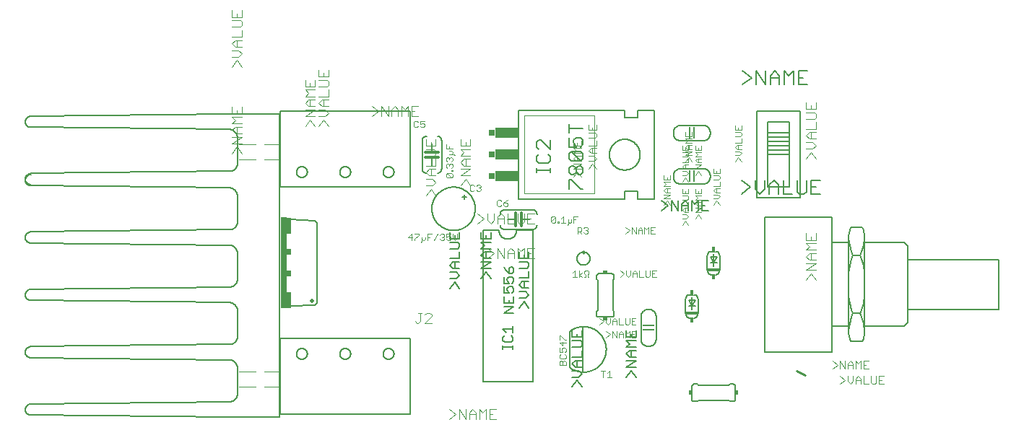
<source format=gto>
G75*
%MOIN*%
%OFA0B0*%
%FSLAX25Y25*%
%IPPOS*%
%LPD*%
%AMOC8*
5,1,8,0,0,1.08239X$1,22.5*
%
%ADD10C,0.00500*%
%ADD11C,0.00300*%
%ADD12R,0.01000X0.05400*%
%ADD13R,0.05400X0.01000*%
%ADD14C,0.00600*%
%ADD15R,0.05500X0.01500*%
%ADD16R,0.01600X0.02500*%
%ADD17R,0.01600X0.02000*%
%ADD18C,0.00800*%
%ADD19C,0.00400*%
%ADD20C,0.02000*%
%ADD21R,0.03000X0.42000*%
%ADD22R,0.02000X0.07500*%
%ADD23R,0.02000X0.03000*%
%ADD24R,0.02000X0.01500*%
%ADD25R,0.01500X0.02000*%
%ADD26C,0.01000*%
%ADD27C,0.00200*%
%ADD28C,0.00700*%
%ADD29R,0.02500X0.03000*%
%ADD30R,0.11000X0.05000*%
%ADD31C,0.01200*%
D10*
X0171256Y0032127D02*
X0231256Y0032127D01*
X0231256Y0067127D01*
X0171256Y0067127D01*
X0171256Y0032127D01*
X0178756Y0060127D02*
X0178758Y0060226D01*
X0178764Y0060326D01*
X0178774Y0060425D01*
X0178788Y0060523D01*
X0178805Y0060621D01*
X0178827Y0060718D01*
X0178852Y0060814D01*
X0178881Y0060909D01*
X0178914Y0061003D01*
X0178951Y0061095D01*
X0178991Y0061186D01*
X0179035Y0061275D01*
X0179083Y0061363D01*
X0179134Y0061448D01*
X0179188Y0061531D01*
X0179245Y0061613D01*
X0179306Y0061691D01*
X0179370Y0061768D01*
X0179436Y0061841D01*
X0179506Y0061912D01*
X0179578Y0061980D01*
X0179653Y0062046D01*
X0179731Y0062108D01*
X0179811Y0062167D01*
X0179893Y0062223D01*
X0179977Y0062275D01*
X0180064Y0062324D01*
X0180152Y0062370D01*
X0180242Y0062412D01*
X0180334Y0062451D01*
X0180427Y0062486D01*
X0180521Y0062517D01*
X0180617Y0062544D01*
X0180714Y0062567D01*
X0180811Y0062587D01*
X0180909Y0062603D01*
X0181008Y0062615D01*
X0181107Y0062623D01*
X0181206Y0062627D01*
X0181306Y0062627D01*
X0181405Y0062623D01*
X0181504Y0062615D01*
X0181603Y0062603D01*
X0181701Y0062587D01*
X0181798Y0062567D01*
X0181895Y0062544D01*
X0181991Y0062517D01*
X0182085Y0062486D01*
X0182178Y0062451D01*
X0182270Y0062412D01*
X0182360Y0062370D01*
X0182448Y0062324D01*
X0182535Y0062275D01*
X0182619Y0062223D01*
X0182701Y0062167D01*
X0182781Y0062108D01*
X0182859Y0062046D01*
X0182934Y0061980D01*
X0183006Y0061912D01*
X0183076Y0061841D01*
X0183142Y0061768D01*
X0183206Y0061691D01*
X0183267Y0061613D01*
X0183324Y0061531D01*
X0183378Y0061448D01*
X0183429Y0061363D01*
X0183477Y0061275D01*
X0183521Y0061186D01*
X0183561Y0061095D01*
X0183598Y0061003D01*
X0183631Y0060909D01*
X0183660Y0060814D01*
X0183685Y0060718D01*
X0183707Y0060621D01*
X0183724Y0060523D01*
X0183738Y0060425D01*
X0183748Y0060326D01*
X0183754Y0060226D01*
X0183756Y0060127D01*
X0183754Y0060028D01*
X0183748Y0059928D01*
X0183738Y0059829D01*
X0183724Y0059731D01*
X0183707Y0059633D01*
X0183685Y0059536D01*
X0183660Y0059440D01*
X0183631Y0059345D01*
X0183598Y0059251D01*
X0183561Y0059159D01*
X0183521Y0059068D01*
X0183477Y0058979D01*
X0183429Y0058891D01*
X0183378Y0058806D01*
X0183324Y0058723D01*
X0183267Y0058641D01*
X0183206Y0058563D01*
X0183142Y0058486D01*
X0183076Y0058413D01*
X0183006Y0058342D01*
X0182934Y0058274D01*
X0182859Y0058208D01*
X0182781Y0058146D01*
X0182701Y0058087D01*
X0182619Y0058031D01*
X0182535Y0057979D01*
X0182448Y0057930D01*
X0182360Y0057884D01*
X0182270Y0057842D01*
X0182178Y0057803D01*
X0182085Y0057768D01*
X0181991Y0057737D01*
X0181895Y0057710D01*
X0181798Y0057687D01*
X0181701Y0057667D01*
X0181603Y0057651D01*
X0181504Y0057639D01*
X0181405Y0057631D01*
X0181306Y0057627D01*
X0181206Y0057627D01*
X0181107Y0057631D01*
X0181008Y0057639D01*
X0180909Y0057651D01*
X0180811Y0057667D01*
X0180714Y0057687D01*
X0180617Y0057710D01*
X0180521Y0057737D01*
X0180427Y0057768D01*
X0180334Y0057803D01*
X0180242Y0057842D01*
X0180152Y0057884D01*
X0180064Y0057930D01*
X0179977Y0057979D01*
X0179893Y0058031D01*
X0179811Y0058087D01*
X0179731Y0058146D01*
X0179653Y0058208D01*
X0179578Y0058274D01*
X0179506Y0058342D01*
X0179436Y0058413D01*
X0179370Y0058486D01*
X0179306Y0058563D01*
X0179245Y0058641D01*
X0179188Y0058723D01*
X0179134Y0058806D01*
X0179083Y0058891D01*
X0179035Y0058979D01*
X0178991Y0059068D01*
X0178951Y0059159D01*
X0178914Y0059251D01*
X0178881Y0059345D01*
X0178852Y0059440D01*
X0178827Y0059536D01*
X0178805Y0059633D01*
X0178788Y0059731D01*
X0178774Y0059829D01*
X0178764Y0059928D01*
X0178758Y0060028D01*
X0178756Y0060127D01*
X0198756Y0060127D02*
X0198758Y0060226D01*
X0198764Y0060326D01*
X0198774Y0060425D01*
X0198788Y0060523D01*
X0198805Y0060621D01*
X0198827Y0060718D01*
X0198852Y0060814D01*
X0198881Y0060909D01*
X0198914Y0061003D01*
X0198951Y0061095D01*
X0198991Y0061186D01*
X0199035Y0061275D01*
X0199083Y0061363D01*
X0199134Y0061448D01*
X0199188Y0061531D01*
X0199245Y0061613D01*
X0199306Y0061691D01*
X0199370Y0061768D01*
X0199436Y0061841D01*
X0199506Y0061912D01*
X0199578Y0061980D01*
X0199653Y0062046D01*
X0199731Y0062108D01*
X0199811Y0062167D01*
X0199893Y0062223D01*
X0199977Y0062275D01*
X0200064Y0062324D01*
X0200152Y0062370D01*
X0200242Y0062412D01*
X0200334Y0062451D01*
X0200427Y0062486D01*
X0200521Y0062517D01*
X0200617Y0062544D01*
X0200714Y0062567D01*
X0200811Y0062587D01*
X0200909Y0062603D01*
X0201008Y0062615D01*
X0201107Y0062623D01*
X0201206Y0062627D01*
X0201306Y0062627D01*
X0201405Y0062623D01*
X0201504Y0062615D01*
X0201603Y0062603D01*
X0201701Y0062587D01*
X0201798Y0062567D01*
X0201895Y0062544D01*
X0201991Y0062517D01*
X0202085Y0062486D01*
X0202178Y0062451D01*
X0202270Y0062412D01*
X0202360Y0062370D01*
X0202448Y0062324D01*
X0202535Y0062275D01*
X0202619Y0062223D01*
X0202701Y0062167D01*
X0202781Y0062108D01*
X0202859Y0062046D01*
X0202934Y0061980D01*
X0203006Y0061912D01*
X0203076Y0061841D01*
X0203142Y0061768D01*
X0203206Y0061691D01*
X0203267Y0061613D01*
X0203324Y0061531D01*
X0203378Y0061448D01*
X0203429Y0061363D01*
X0203477Y0061275D01*
X0203521Y0061186D01*
X0203561Y0061095D01*
X0203598Y0061003D01*
X0203631Y0060909D01*
X0203660Y0060814D01*
X0203685Y0060718D01*
X0203707Y0060621D01*
X0203724Y0060523D01*
X0203738Y0060425D01*
X0203748Y0060326D01*
X0203754Y0060226D01*
X0203756Y0060127D01*
X0203754Y0060028D01*
X0203748Y0059928D01*
X0203738Y0059829D01*
X0203724Y0059731D01*
X0203707Y0059633D01*
X0203685Y0059536D01*
X0203660Y0059440D01*
X0203631Y0059345D01*
X0203598Y0059251D01*
X0203561Y0059159D01*
X0203521Y0059068D01*
X0203477Y0058979D01*
X0203429Y0058891D01*
X0203378Y0058806D01*
X0203324Y0058723D01*
X0203267Y0058641D01*
X0203206Y0058563D01*
X0203142Y0058486D01*
X0203076Y0058413D01*
X0203006Y0058342D01*
X0202934Y0058274D01*
X0202859Y0058208D01*
X0202781Y0058146D01*
X0202701Y0058087D01*
X0202619Y0058031D01*
X0202535Y0057979D01*
X0202448Y0057930D01*
X0202360Y0057884D01*
X0202270Y0057842D01*
X0202178Y0057803D01*
X0202085Y0057768D01*
X0201991Y0057737D01*
X0201895Y0057710D01*
X0201798Y0057687D01*
X0201701Y0057667D01*
X0201603Y0057651D01*
X0201504Y0057639D01*
X0201405Y0057631D01*
X0201306Y0057627D01*
X0201206Y0057627D01*
X0201107Y0057631D01*
X0201008Y0057639D01*
X0200909Y0057651D01*
X0200811Y0057667D01*
X0200714Y0057687D01*
X0200617Y0057710D01*
X0200521Y0057737D01*
X0200427Y0057768D01*
X0200334Y0057803D01*
X0200242Y0057842D01*
X0200152Y0057884D01*
X0200064Y0057930D01*
X0199977Y0057979D01*
X0199893Y0058031D01*
X0199811Y0058087D01*
X0199731Y0058146D01*
X0199653Y0058208D01*
X0199578Y0058274D01*
X0199506Y0058342D01*
X0199436Y0058413D01*
X0199370Y0058486D01*
X0199306Y0058563D01*
X0199245Y0058641D01*
X0199188Y0058723D01*
X0199134Y0058806D01*
X0199083Y0058891D01*
X0199035Y0058979D01*
X0198991Y0059068D01*
X0198951Y0059159D01*
X0198914Y0059251D01*
X0198881Y0059345D01*
X0198852Y0059440D01*
X0198827Y0059536D01*
X0198805Y0059633D01*
X0198788Y0059731D01*
X0198774Y0059829D01*
X0198764Y0059928D01*
X0198758Y0060028D01*
X0198756Y0060127D01*
X0218756Y0060127D02*
X0218758Y0060226D01*
X0218764Y0060326D01*
X0218774Y0060425D01*
X0218788Y0060523D01*
X0218805Y0060621D01*
X0218827Y0060718D01*
X0218852Y0060814D01*
X0218881Y0060909D01*
X0218914Y0061003D01*
X0218951Y0061095D01*
X0218991Y0061186D01*
X0219035Y0061275D01*
X0219083Y0061363D01*
X0219134Y0061448D01*
X0219188Y0061531D01*
X0219245Y0061613D01*
X0219306Y0061691D01*
X0219370Y0061768D01*
X0219436Y0061841D01*
X0219506Y0061912D01*
X0219578Y0061980D01*
X0219653Y0062046D01*
X0219731Y0062108D01*
X0219811Y0062167D01*
X0219893Y0062223D01*
X0219977Y0062275D01*
X0220064Y0062324D01*
X0220152Y0062370D01*
X0220242Y0062412D01*
X0220334Y0062451D01*
X0220427Y0062486D01*
X0220521Y0062517D01*
X0220617Y0062544D01*
X0220714Y0062567D01*
X0220811Y0062587D01*
X0220909Y0062603D01*
X0221008Y0062615D01*
X0221107Y0062623D01*
X0221206Y0062627D01*
X0221306Y0062627D01*
X0221405Y0062623D01*
X0221504Y0062615D01*
X0221603Y0062603D01*
X0221701Y0062587D01*
X0221798Y0062567D01*
X0221895Y0062544D01*
X0221991Y0062517D01*
X0222085Y0062486D01*
X0222178Y0062451D01*
X0222270Y0062412D01*
X0222360Y0062370D01*
X0222448Y0062324D01*
X0222535Y0062275D01*
X0222619Y0062223D01*
X0222701Y0062167D01*
X0222781Y0062108D01*
X0222859Y0062046D01*
X0222934Y0061980D01*
X0223006Y0061912D01*
X0223076Y0061841D01*
X0223142Y0061768D01*
X0223206Y0061691D01*
X0223267Y0061613D01*
X0223324Y0061531D01*
X0223378Y0061448D01*
X0223429Y0061363D01*
X0223477Y0061275D01*
X0223521Y0061186D01*
X0223561Y0061095D01*
X0223598Y0061003D01*
X0223631Y0060909D01*
X0223660Y0060814D01*
X0223685Y0060718D01*
X0223707Y0060621D01*
X0223724Y0060523D01*
X0223738Y0060425D01*
X0223748Y0060326D01*
X0223754Y0060226D01*
X0223756Y0060127D01*
X0223754Y0060028D01*
X0223748Y0059928D01*
X0223738Y0059829D01*
X0223724Y0059731D01*
X0223707Y0059633D01*
X0223685Y0059536D01*
X0223660Y0059440D01*
X0223631Y0059345D01*
X0223598Y0059251D01*
X0223561Y0059159D01*
X0223521Y0059068D01*
X0223477Y0058979D01*
X0223429Y0058891D01*
X0223378Y0058806D01*
X0223324Y0058723D01*
X0223267Y0058641D01*
X0223206Y0058563D01*
X0223142Y0058486D01*
X0223076Y0058413D01*
X0223006Y0058342D01*
X0222934Y0058274D01*
X0222859Y0058208D01*
X0222781Y0058146D01*
X0222701Y0058087D01*
X0222619Y0058031D01*
X0222535Y0057979D01*
X0222448Y0057930D01*
X0222360Y0057884D01*
X0222270Y0057842D01*
X0222178Y0057803D01*
X0222085Y0057768D01*
X0221991Y0057737D01*
X0221895Y0057710D01*
X0221798Y0057687D01*
X0221701Y0057667D01*
X0221603Y0057651D01*
X0221504Y0057639D01*
X0221405Y0057631D01*
X0221306Y0057627D01*
X0221206Y0057627D01*
X0221107Y0057631D01*
X0221008Y0057639D01*
X0220909Y0057651D01*
X0220811Y0057667D01*
X0220714Y0057687D01*
X0220617Y0057710D01*
X0220521Y0057737D01*
X0220427Y0057768D01*
X0220334Y0057803D01*
X0220242Y0057842D01*
X0220152Y0057884D01*
X0220064Y0057930D01*
X0219977Y0057979D01*
X0219893Y0058031D01*
X0219811Y0058087D01*
X0219731Y0058146D01*
X0219653Y0058208D01*
X0219578Y0058274D01*
X0219506Y0058342D01*
X0219436Y0058413D01*
X0219370Y0058486D01*
X0219306Y0058563D01*
X0219245Y0058641D01*
X0219188Y0058723D01*
X0219134Y0058806D01*
X0219083Y0058891D01*
X0219035Y0058979D01*
X0218991Y0059068D01*
X0218951Y0059159D01*
X0218914Y0059251D01*
X0218881Y0059345D01*
X0218852Y0059440D01*
X0218827Y0059536D01*
X0218805Y0059633D01*
X0218788Y0059731D01*
X0218774Y0059829D01*
X0218764Y0059928D01*
X0218758Y0060028D01*
X0218756Y0060127D01*
X0249502Y0090253D02*
X0251754Y0093255D01*
X0254006Y0090253D01*
X0252505Y0094857D02*
X0249502Y0094857D01*
X0249502Y0097859D02*
X0252505Y0097859D01*
X0254006Y0096358D01*
X0252505Y0094857D01*
X0251754Y0099461D02*
X0251754Y0102463D01*
X0251003Y0102463D02*
X0254006Y0102463D01*
X0254006Y0104065D02*
X0249502Y0104065D01*
X0251003Y0102463D02*
X0249502Y0100962D01*
X0251003Y0099461D01*
X0254006Y0099461D01*
X0254006Y0104065D02*
X0254006Y0107067D01*
X0253255Y0108669D02*
X0254006Y0109419D01*
X0254006Y0110920D01*
X0253255Y0111671D01*
X0249502Y0111671D01*
X0249502Y0113272D02*
X0254006Y0113272D01*
X0254006Y0116275D01*
X0251754Y0114774D02*
X0251754Y0113272D01*
X0249502Y0113272D02*
X0249502Y0116275D01*
X0249502Y0108669D02*
X0253255Y0108669D01*
X0264002Y0108669D02*
X0265503Y0110170D01*
X0264002Y0111671D01*
X0268506Y0111671D01*
X0268506Y0113272D02*
X0264002Y0113272D01*
X0264002Y0116275D01*
X0266254Y0114774D02*
X0266254Y0113272D01*
X0268506Y0113272D02*
X0268506Y0116275D01*
X0268506Y0108669D02*
X0264002Y0108669D01*
X0265503Y0107067D02*
X0268506Y0107067D01*
X0266254Y0107067D02*
X0266254Y0104065D01*
X0265503Y0104065D02*
X0264002Y0105566D01*
X0265503Y0107067D01*
X0265503Y0104065D02*
X0268506Y0104065D01*
X0268506Y0102463D02*
X0264002Y0102463D01*
X0264002Y0099461D02*
X0268506Y0102463D01*
X0268506Y0099461D02*
X0264002Y0099461D01*
X0266254Y0097859D02*
X0268506Y0094857D01*
X0266254Y0097859D02*
X0264002Y0094857D01*
X0274502Y0095671D02*
X0274502Y0092669D01*
X0276754Y0092669D01*
X0276003Y0094170D01*
X0276003Y0094921D01*
X0276754Y0095671D01*
X0278255Y0095671D01*
X0279006Y0094921D01*
X0279006Y0093419D01*
X0278255Y0092669D01*
X0278255Y0091067D02*
X0279006Y0090317D01*
X0279006Y0088815D01*
X0278255Y0088065D01*
X0276754Y0088065D02*
X0276003Y0089566D01*
X0276003Y0090317D01*
X0276754Y0091067D01*
X0278255Y0091067D01*
X0281502Y0091962D02*
X0283003Y0093463D01*
X0286006Y0093463D01*
X0286006Y0095065D02*
X0281502Y0095065D01*
X0283754Y0093463D02*
X0283754Y0090461D01*
X0283003Y0090461D02*
X0281502Y0091962D01*
X0283003Y0090461D02*
X0286006Y0090461D01*
X0284505Y0088859D02*
X0281502Y0088859D01*
X0281502Y0085857D02*
X0284505Y0085857D01*
X0286006Y0087358D01*
X0284505Y0088859D01*
X0279006Y0086463D02*
X0279006Y0083461D01*
X0274502Y0083461D01*
X0274502Y0086463D01*
X0274502Y0088065D02*
X0276754Y0088065D01*
X0274502Y0088065D02*
X0274502Y0091067D01*
X0276754Y0097273D02*
X0276754Y0099525D01*
X0277505Y0100275D01*
X0278255Y0100275D01*
X0279006Y0099525D01*
X0279006Y0098023D01*
X0278255Y0097273D01*
X0276754Y0097273D01*
X0275253Y0098774D01*
X0274502Y0100275D01*
X0281502Y0099669D02*
X0285255Y0099669D01*
X0286006Y0100419D01*
X0286006Y0101920D01*
X0285255Y0102671D01*
X0281502Y0102671D01*
X0281502Y0104272D02*
X0286006Y0104272D01*
X0286006Y0107275D01*
X0283754Y0105774D02*
X0283754Y0104272D01*
X0281502Y0104272D02*
X0281502Y0107275D01*
X0286006Y0098067D02*
X0286006Y0095065D01*
X0283754Y0084255D02*
X0286006Y0081253D01*
X0283754Y0084255D02*
X0281502Y0081253D01*
X0279006Y0081860D02*
X0274502Y0081860D01*
X0276754Y0083461D02*
X0276754Y0084962D01*
X0279006Y0081860D02*
X0274502Y0078857D01*
X0279006Y0078857D01*
X0278506Y0073052D02*
X0278506Y0070050D01*
X0278506Y0071551D02*
X0274002Y0071551D01*
X0275503Y0070050D01*
X0274753Y0068448D02*
X0274002Y0067698D01*
X0274002Y0066197D01*
X0274753Y0065446D01*
X0277755Y0065446D01*
X0278506Y0066197D01*
X0278506Y0067698D01*
X0277755Y0068448D01*
X0278506Y0063878D02*
X0278506Y0062377D01*
X0278506Y0063127D02*
X0274002Y0063127D01*
X0274002Y0062377D02*
X0274002Y0063878D01*
X0304756Y0070375D02*
X0304756Y0053879D01*
X0306002Y0052359D02*
X0309005Y0052359D01*
X0310506Y0050858D01*
X0309005Y0049357D01*
X0306002Y0049357D01*
X0308254Y0047755D02*
X0310506Y0044753D01*
X0308254Y0047755D02*
X0306002Y0044753D01*
X0310756Y0051638D02*
X0310756Y0072615D01*
X0310506Y0070775D02*
X0310506Y0067772D01*
X0306002Y0067772D01*
X0306002Y0070775D01*
X0308254Y0069274D02*
X0308254Y0067772D01*
X0309755Y0066171D02*
X0306002Y0066171D01*
X0306002Y0063169D02*
X0309755Y0063169D01*
X0310506Y0063919D01*
X0310506Y0065420D01*
X0309755Y0066171D01*
X0306784Y0071629D02*
X0306569Y0071525D01*
X0306356Y0071416D01*
X0306146Y0071302D01*
X0305939Y0071183D01*
X0305734Y0071060D01*
X0305532Y0070932D01*
X0305333Y0070799D01*
X0305138Y0070662D01*
X0304945Y0070521D01*
X0304756Y0070375D01*
X0310756Y0072615D02*
X0311012Y0072624D01*
X0311268Y0072627D01*
X0311524Y0072624D01*
X0311780Y0072614D01*
X0312035Y0072598D01*
X0312290Y0072576D01*
X0312545Y0072548D01*
X0312798Y0072513D01*
X0313051Y0072472D01*
X0313303Y0072426D01*
X0313553Y0072373D01*
X0313802Y0072314D01*
X0314050Y0072248D01*
X0314296Y0072177D01*
X0314540Y0072100D01*
X0314782Y0072017D01*
X0315022Y0071928D01*
X0315260Y0071834D01*
X0315495Y0071733D01*
X0315728Y0071627D01*
X0331002Y0070775D02*
X0331002Y0067772D01*
X0335506Y0067772D01*
X0335506Y0070775D01*
X0333254Y0069274D02*
X0333254Y0067772D01*
X0331002Y0066171D02*
X0335506Y0066171D01*
X0337756Y0066627D02*
X0337756Y0077627D01*
X0337766Y0077738D01*
X0337780Y0077848D01*
X0337798Y0077958D01*
X0337820Y0078067D01*
X0337845Y0078176D01*
X0337874Y0078283D01*
X0337907Y0078389D01*
X0337944Y0078495D01*
X0337984Y0078599D01*
X0338027Y0078701D01*
X0338074Y0078802D01*
X0338124Y0078901D01*
X0338178Y0078999D01*
X0338235Y0079094D01*
X0338295Y0079188D01*
X0338359Y0079279D01*
X0338425Y0079369D01*
X0338495Y0079456D01*
X0338567Y0079540D01*
X0338642Y0079622D01*
X0338720Y0079702D01*
X0338801Y0079778D01*
X0338884Y0079852D01*
X0338970Y0079923D01*
X0339058Y0079991D01*
X0339149Y0080056D01*
X0339241Y0080118D01*
X0339336Y0080177D01*
X0339432Y0080232D01*
X0339531Y0080284D01*
X0339631Y0080333D01*
X0339733Y0080378D01*
X0339836Y0080420D01*
X0339940Y0080458D01*
X0340046Y0080492D01*
X0340153Y0080523D01*
X0340261Y0080551D01*
X0340370Y0080574D01*
X0340479Y0080594D01*
X0340589Y0080610D01*
X0340700Y0080623D01*
X0340811Y0080631D01*
X0340922Y0080636D01*
X0341034Y0080637D01*
X0341145Y0080634D01*
X0341256Y0080627D01*
X0341370Y0080634D01*
X0341483Y0080637D01*
X0341597Y0080636D01*
X0341711Y0080631D01*
X0341824Y0080621D01*
X0341937Y0080608D01*
X0342050Y0080591D01*
X0342162Y0080570D01*
X0342273Y0080546D01*
X0342383Y0080517D01*
X0342492Y0080484D01*
X0342600Y0080448D01*
X0342706Y0080408D01*
X0342811Y0080364D01*
X0342915Y0080317D01*
X0343016Y0080266D01*
X0343116Y0080212D01*
X0343214Y0080154D01*
X0343310Y0080092D01*
X0343404Y0080028D01*
X0343495Y0079960D01*
X0343584Y0079889D01*
X0343670Y0079815D01*
X0343754Y0079738D01*
X0343835Y0079658D01*
X0343913Y0079575D01*
X0343989Y0079490D01*
X0344061Y0079402D01*
X0344130Y0079311D01*
X0344196Y0079219D01*
X0344259Y0079124D01*
X0344318Y0079027D01*
X0344374Y0078927D01*
X0344426Y0078826D01*
X0344475Y0078724D01*
X0344520Y0078619D01*
X0344562Y0078513D01*
X0344599Y0078406D01*
X0344633Y0078297D01*
X0344664Y0078188D01*
X0344690Y0078077D01*
X0344712Y0077965D01*
X0344731Y0077853D01*
X0344746Y0077740D01*
X0344756Y0077627D01*
X0344756Y0066627D01*
X0344746Y0066516D01*
X0344732Y0066406D01*
X0344714Y0066296D01*
X0344692Y0066187D01*
X0344667Y0066078D01*
X0344638Y0065971D01*
X0344605Y0065865D01*
X0344568Y0065759D01*
X0344528Y0065655D01*
X0344485Y0065553D01*
X0344438Y0065452D01*
X0344388Y0065353D01*
X0344334Y0065255D01*
X0344277Y0065160D01*
X0344217Y0065066D01*
X0344153Y0064975D01*
X0344087Y0064885D01*
X0344017Y0064798D01*
X0343945Y0064714D01*
X0343870Y0064632D01*
X0343792Y0064552D01*
X0343711Y0064476D01*
X0343628Y0064402D01*
X0343542Y0064331D01*
X0343454Y0064263D01*
X0343363Y0064198D01*
X0343271Y0064136D01*
X0343176Y0064077D01*
X0343080Y0064022D01*
X0342981Y0063970D01*
X0342881Y0063921D01*
X0342779Y0063876D01*
X0342676Y0063834D01*
X0342572Y0063796D01*
X0342466Y0063762D01*
X0342359Y0063731D01*
X0342251Y0063703D01*
X0342142Y0063680D01*
X0342033Y0063660D01*
X0341923Y0063644D01*
X0341812Y0063631D01*
X0341701Y0063623D01*
X0341590Y0063618D01*
X0341478Y0063617D01*
X0341367Y0063620D01*
X0341256Y0063627D01*
X0341145Y0063620D01*
X0341034Y0063617D01*
X0340922Y0063618D01*
X0340811Y0063623D01*
X0340700Y0063631D01*
X0340589Y0063644D01*
X0340479Y0063660D01*
X0340370Y0063680D01*
X0340261Y0063703D01*
X0340153Y0063731D01*
X0340046Y0063762D01*
X0339940Y0063796D01*
X0339836Y0063834D01*
X0339733Y0063876D01*
X0339631Y0063921D01*
X0339531Y0063970D01*
X0339432Y0064022D01*
X0339336Y0064077D01*
X0339241Y0064136D01*
X0339149Y0064198D01*
X0339058Y0064263D01*
X0338970Y0064331D01*
X0338884Y0064402D01*
X0338801Y0064476D01*
X0338720Y0064552D01*
X0338642Y0064632D01*
X0338567Y0064714D01*
X0338495Y0064798D01*
X0338425Y0064885D01*
X0338359Y0064975D01*
X0338295Y0065066D01*
X0338235Y0065160D01*
X0338178Y0065255D01*
X0338124Y0065353D01*
X0338074Y0065452D01*
X0338027Y0065553D01*
X0337984Y0065655D01*
X0337944Y0065759D01*
X0337907Y0065865D01*
X0337874Y0065971D01*
X0337845Y0066078D01*
X0337820Y0066187D01*
X0337798Y0066296D01*
X0337780Y0066406D01*
X0337766Y0066516D01*
X0337756Y0066627D01*
X0335506Y0063169D02*
X0331002Y0063169D01*
X0332503Y0064670D01*
X0331002Y0066171D01*
X0332503Y0061567D02*
X0335506Y0061567D01*
X0333254Y0061567D02*
X0333254Y0058565D01*
X0332503Y0058565D02*
X0335506Y0058565D01*
X0335506Y0056963D02*
X0331002Y0056963D01*
X0332503Y0058565D02*
X0331002Y0060066D01*
X0332503Y0061567D01*
X0335506Y0056963D02*
X0331002Y0053961D01*
X0335506Y0053961D01*
X0333254Y0052359D02*
X0335506Y0049357D01*
X0333254Y0052359D02*
X0331002Y0049357D01*
X0310506Y0053961D02*
X0307503Y0053961D01*
X0306002Y0055462D01*
X0307503Y0056963D01*
X0310506Y0056963D01*
X0310506Y0058565D02*
X0306002Y0058565D01*
X0308254Y0056963D02*
X0308254Y0053961D01*
X0310506Y0058565D02*
X0310506Y0061567D01*
X0304756Y0053879D02*
X0304953Y0053727D01*
X0305155Y0053580D01*
X0305359Y0053437D01*
X0305567Y0053300D01*
X0305778Y0053167D01*
X0305993Y0053039D01*
X0306210Y0052917D01*
X0306430Y0052800D01*
X0306653Y0052688D01*
X0306878Y0052581D01*
X0310756Y0051639D02*
X0311012Y0051630D01*
X0311268Y0051627D01*
X0311524Y0051630D01*
X0311780Y0051640D01*
X0312035Y0051656D01*
X0312290Y0051678D01*
X0312545Y0051706D01*
X0312798Y0051741D01*
X0313051Y0051782D01*
X0313303Y0051828D01*
X0313553Y0051881D01*
X0313802Y0051940D01*
X0314050Y0052006D01*
X0314296Y0052077D01*
X0314540Y0052154D01*
X0314782Y0052237D01*
X0315022Y0052326D01*
X0315260Y0052420D01*
X0315495Y0052521D01*
X0315728Y0052627D01*
X0310756Y0051639D02*
X0310499Y0051654D01*
X0310242Y0051676D01*
X0309986Y0051704D01*
X0309731Y0051738D01*
X0309477Y0051779D01*
X0309224Y0051826D01*
X0308972Y0051879D01*
X0308721Y0051938D01*
X0308472Y0052003D01*
X0308225Y0052074D01*
X0307979Y0052151D01*
X0307735Y0052235D01*
X0307494Y0052324D01*
X0307255Y0052419D01*
X0307018Y0052520D01*
X0306784Y0052627D01*
X0315728Y0052627D02*
X0315958Y0052739D01*
X0316185Y0052856D01*
X0316409Y0052978D01*
X0316630Y0053106D01*
X0316847Y0053240D01*
X0317062Y0053378D01*
X0317273Y0053522D01*
X0317480Y0053671D01*
X0317684Y0053825D01*
X0317884Y0053983D01*
X0318080Y0054147D01*
X0318272Y0054315D01*
X0318460Y0054488D01*
X0318644Y0054666D01*
X0318823Y0054847D01*
X0318998Y0055034D01*
X0319168Y0055224D01*
X0319333Y0055418D01*
X0319494Y0055617D01*
X0319650Y0055819D01*
X0319801Y0056025D01*
X0319947Y0056235D01*
X0320087Y0056448D01*
X0320223Y0056664D01*
X0320353Y0056884D01*
X0320478Y0057107D01*
X0320597Y0057332D01*
X0320711Y0057561D01*
X0320819Y0057792D01*
X0320922Y0058026D01*
X0321019Y0058262D01*
X0321110Y0058501D01*
X0321195Y0058741D01*
X0321275Y0058984D01*
X0321348Y0059229D01*
X0321416Y0059475D01*
X0321477Y0059723D01*
X0321532Y0059972D01*
X0321582Y0060222D01*
X0321625Y0060474D01*
X0321662Y0060727D01*
X0321693Y0060980D01*
X0321718Y0061234D01*
X0321737Y0061489D01*
X0321749Y0061744D01*
X0321755Y0061999D01*
X0321755Y0062255D01*
X0321749Y0062510D01*
X0321737Y0062765D01*
X0321718Y0063020D01*
X0321693Y0063274D01*
X0321662Y0063527D01*
X0321625Y0063780D01*
X0321582Y0064032D01*
X0321532Y0064282D01*
X0321477Y0064531D01*
X0321416Y0064779D01*
X0321348Y0065025D01*
X0321275Y0065270D01*
X0321195Y0065513D01*
X0321110Y0065753D01*
X0321019Y0065992D01*
X0320922Y0066228D01*
X0320819Y0066462D01*
X0320711Y0066693D01*
X0320597Y0066922D01*
X0320478Y0067147D01*
X0320353Y0067370D01*
X0320223Y0067590D01*
X0320087Y0067806D01*
X0319947Y0068019D01*
X0319801Y0068229D01*
X0319650Y0068435D01*
X0319494Y0068637D01*
X0319333Y0068836D01*
X0319168Y0069030D01*
X0318998Y0069220D01*
X0318823Y0069407D01*
X0318644Y0069588D01*
X0318460Y0069766D01*
X0318272Y0069939D01*
X0318080Y0070107D01*
X0317884Y0070271D01*
X0317684Y0070429D01*
X0317480Y0070583D01*
X0317273Y0070732D01*
X0317062Y0070876D01*
X0316847Y0071014D01*
X0316630Y0071148D01*
X0316409Y0071276D01*
X0316185Y0071398D01*
X0315958Y0071515D01*
X0315728Y0071627D01*
X0310756Y0072615D02*
X0310499Y0072600D01*
X0310242Y0072578D01*
X0309986Y0072550D01*
X0309731Y0072516D01*
X0309477Y0072475D01*
X0309224Y0072428D01*
X0308972Y0072375D01*
X0308721Y0072316D01*
X0308472Y0072251D01*
X0308225Y0072180D01*
X0307979Y0072103D01*
X0307735Y0072019D01*
X0307494Y0071930D01*
X0307255Y0071835D01*
X0307018Y0071734D01*
X0306784Y0071627D01*
X0308256Y0104127D02*
X0308258Y0104236D01*
X0308264Y0104345D01*
X0308274Y0104453D01*
X0308288Y0104561D01*
X0308305Y0104669D01*
X0308327Y0104776D01*
X0308352Y0104882D01*
X0308382Y0104986D01*
X0308415Y0105090D01*
X0308452Y0105193D01*
X0308492Y0105294D01*
X0308536Y0105393D01*
X0308584Y0105491D01*
X0308636Y0105588D01*
X0308690Y0105682D01*
X0308748Y0105774D01*
X0308810Y0105864D01*
X0308875Y0105951D01*
X0308942Y0106037D01*
X0309013Y0106120D01*
X0309087Y0106200D01*
X0309164Y0106277D01*
X0309243Y0106352D01*
X0309325Y0106423D01*
X0309410Y0106492D01*
X0309497Y0106557D01*
X0309586Y0106620D01*
X0309678Y0106678D01*
X0309772Y0106734D01*
X0309867Y0106786D01*
X0309965Y0106835D01*
X0310064Y0106880D01*
X0310165Y0106922D01*
X0310267Y0106959D01*
X0310370Y0106993D01*
X0310475Y0107024D01*
X0310581Y0107050D01*
X0310687Y0107073D01*
X0310795Y0107091D01*
X0310903Y0107106D01*
X0311011Y0107117D01*
X0311120Y0107124D01*
X0311229Y0107127D01*
X0311338Y0107126D01*
X0311447Y0107121D01*
X0311555Y0107112D01*
X0311663Y0107099D01*
X0311771Y0107082D01*
X0311878Y0107062D01*
X0311984Y0107037D01*
X0312089Y0107009D01*
X0312193Y0106977D01*
X0312296Y0106941D01*
X0312398Y0106901D01*
X0312498Y0106858D01*
X0312596Y0106811D01*
X0312693Y0106761D01*
X0312787Y0106707D01*
X0312880Y0106649D01*
X0312971Y0106589D01*
X0313059Y0106525D01*
X0313145Y0106458D01*
X0313228Y0106388D01*
X0313309Y0106315D01*
X0313387Y0106239D01*
X0313462Y0106160D01*
X0313535Y0106078D01*
X0313604Y0105994D01*
X0313670Y0105908D01*
X0313733Y0105819D01*
X0313793Y0105728D01*
X0313850Y0105635D01*
X0313903Y0105540D01*
X0313952Y0105443D01*
X0313998Y0105344D01*
X0314040Y0105244D01*
X0314079Y0105142D01*
X0314114Y0105038D01*
X0314145Y0104934D01*
X0314173Y0104829D01*
X0314196Y0104722D01*
X0314216Y0104615D01*
X0314232Y0104507D01*
X0314244Y0104399D01*
X0314252Y0104290D01*
X0314256Y0104181D01*
X0314256Y0104073D01*
X0314252Y0103964D01*
X0314244Y0103855D01*
X0314232Y0103747D01*
X0314216Y0103639D01*
X0314196Y0103532D01*
X0314173Y0103425D01*
X0314145Y0103320D01*
X0314114Y0103216D01*
X0314079Y0103112D01*
X0314040Y0103010D01*
X0313998Y0102910D01*
X0313952Y0102811D01*
X0313903Y0102714D01*
X0313850Y0102619D01*
X0313793Y0102526D01*
X0313733Y0102435D01*
X0313670Y0102346D01*
X0313604Y0102260D01*
X0313535Y0102176D01*
X0313462Y0102094D01*
X0313387Y0102015D01*
X0313309Y0101939D01*
X0313228Y0101866D01*
X0313145Y0101796D01*
X0313059Y0101729D01*
X0312971Y0101665D01*
X0312880Y0101605D01*
X0312787Y0101547D01*
X0312693Y0101493D01*
X0312596Y0101443D01*
X0312498Y0101396D01*
X0312398Y0101353D01*
X0312296Y0101313D01*
X0312193Y0101277D01*
X0312089Y0101245D01*
X0311984Y0101217D01*
X0311878Y0101192D01*
X0311771Y0101172D01*
X0311663Y0101155D01*
X0311555Y0101142D01*
X0311447Y0101133D01*
X0311338Y0101128D01*
X0311229Y0101127D01*
X0311120Y0101130D01*
X0311011Y0101137D01*
X0310903Y0101148D01*
X0310795Y0101163D01*
X0310687Y0101181D01*
X0310581Y0101204D01*
X0310475Y0101230D01*
X0310370Y0101261D01*
X0310267Y0101295D01*
X0310165Y0101332D01*
X0310064Y0101374D01*
X0309965Y0101419D01*
X0309867Y0101468D01*
X0309772Y0101520D01*
X0309678Y0101576D01*
X0309586Y0101634D01*
X0309497Y0101697D01*
X0309410Y0101762D01*
X0309325Y0101831D01*
X0309243Y0101902D01*
X0309164Y0101977D01*
X0309087Y0102054D01*
X0309013Y0102134D01*
X0308942Y0102217D01*
X0308875Y0102303D01*
X0308810Y0102390D01*
X0308748Y0102480D01*
X0308690Y0102572D01*
X0308636Y0102666D01*
X0308584Y0102763D01*
X0308536Y0102861D01*
X0308492Y0102960D01*
X0308452Y0103061D01*
X0308415Y0103164D01*
X0308382Y0103268D01*
X0308352Y0103372D01*
X0308327Y0103478D01*
X0308305Y0103585D01*
X0308288Y0103693D01*
X0308274Y0103801D01*
X0308264Y0103909D01*
X0308258Y0104018D01*
X0308256Y0104127D01*
X0347377Y0126377D02*
X0350379Y0128629D01*
X0347377Y0130880D01*
X0351980Y0130880D02*
X0354983Y0126377D01*
X0354983Y0130880D01*
X0356584Y0129379D02*
X0358086Y0130880D01*
X0359587Y0129379D01*
X0359587Y0126377D01*
X0361188Y0126377D02*
X0361188Y0130880D01*
X0362690Y0129379D01*
X0364191Y0130880D01*
X0364191Y0126377D01*
X0365792Y0126377D02*
X0368795Y0126377D01*
X0367294Y0128629D02*
X0365792Y0128629D01*
X0365792Y0130880D02*
X0365792Y0126377D01*
X0359587Y0128629D02*
X0356584Y0128629D01*
X0356584Y0129379D02*
X0356584Y0126377D01*
X0351980Y0126377D02*
X0351980Y0130880D01*
X0355756Y0138627D02*
X0366756Y0138627D01*
X0366867Y0138637D01*
X0366977Y0138651D01*
X0367087Y0138669D01*
X0367196Y0138691D01*
X0367305Y0138716D01*
X0367412Y0138745D01*
X0367518Y0138778D01*
X0367624Y0138815D01*
X0367728Y0138855D01*
X0367830Y0138898D01*
X0367931Y0138945D01*
X0368030Y0138995D01*
X0368128Y0139049D01*
X0368223Y0139106D01*
X0368317Y0139166D01*
X0368408Y0139230D01*
X0368498Y0139296D01*
X0368585Y0139366D01*
X0368669Y0139438D01*
X0368751Y0139513D01*
X0368831Y0139591D01*
X0368907Y0139672D01*
X0368981Y0139755D01*
X0369052Y0139841D01*
X0369120Y0139929D01*
X0369185Y0140020D01*
X0369247Y0140112D01*
X0369306Y0140207D01*
X0369361Y0140303D01*
X0369413Y0140402D01*
X0369462Y0140502D01*
X0369507Y0140604D01*
X0369549Y0140707D01*
X0369587Y0140811D01*
X0369621Y0140917D01*
X0369652Y0141024D01*
X0369680Y0141132D01*
X0369703Y0141241D01*
X0369723Y0141350D01*
X0369739Y0141460D01*
X0369752Y0141571D01*
X0369760Y0141682D01*
X0369765Y0141793D01*
X0369766Y0141905D01*
X0369763Y0142016D01*
X0369756Y0142127D01*
X0369763Y0142238D01*
X0369766Y0142349D01*
X0369765Y0142461D01*
X0369760Y0142572D01*
X0369752Y0142683D01*
X0369739Y0142794D01*
X0369723Y0142904D01*
X0369703Y0143013D01*
X0369680Y0143122D01*
X0369652Y0143230D01*
X0369621Y0143337D01*
X0369587Y0143443D01*
X0369549Y0143547D01*
X0369507Y0143650D01*
X0369462Y0143752D01*
X0369413Y0143852D01*
X0369361Y0143951D01*
X0369306Y0144047D01*
X0369247Y0144142D01*
X0369185Y0144234D01*
X0369120Y0144325D01*
X0369052Y0144413D01*
X0368981Y0144499D01*
X0368907Y0144582D01*
X0368831Y0144663D01*
X0368751Y0144741D01*
X0368669Y0144816D01*
X0368585Y0144888D01*
X0368498Y0144958D01*
X0368408Y0145024D01*
X0368317Y0145088D01*
X0368223Y0145148D01*
X0368128Y0145205D01*
X0368030Y0145259D01*
X0367931Y0145309D01*
X0367830Y0145356D01*
X0367728Y0145399D01*
X0367624Y0145439D01*
X0367518Y0145476D01*
X0367412Y0145509D01*
X0367305Y0145538D01*
X0367196Y0145563D01*
X0367087Y0145585D01*
X0366977Y0145603D01*
X0366867Y0145617D01*
X0366756Y0145627D01*
X0355756Y0145627D01*
X0355645Y0145617D01*
X0355535Y0145603D01*
X0355425Y0145585D01*
X0355316Y0145563D01*
X0355207Y0145538D01*
X0355100Y0145509D01*
X0354994Y0145476D01*
X0354888Y0145439D01*
X0354784Y0145399D01*
X0354682Y0145356D01*
X0354581Y0145309D01*
X0354482Y0145259D01*
X0354384Y0145205D01*
X0354289Y0145148D01*
X0354195Y0145088D01*
X0354104Y0145024D01*
X0354014Y0144958D01*
X0353927Y0144888D01*
X0353843Y0144816D01*
X0353761Y0144741D01*
X0353681Y0144663D01*
X0353605Y0144582D01*
X0353531Y0144499D01*
X0353460Y0144413D01*
X0353392Y0144325D01*
X0353327Y0144234D01*
X0353265Y0144142D01*
X0353206Y0144047D01*
X0353151Y0143951D01*
X0353099Y0143852D01*
X0353050Y0143752D01*
X0353005Y0143650D01*
X0352963Y0143547D01*
X0352925Y0143443D01*
X0352891Y0143337D01*
X0352860Y0143230D01*
X0352832Y0143122D01*
X0352809Y0143013D01*
X0352789Y0142904D01*
X0352773Y0142794D01*
X0352760Y0142683D01*
X0352752Y0142572D01*
X0352747Y0142461D01*
X0352746Y0142349D01*
X0352749Y0142238D01*
X0352756Y0142127D01*
X0352749Y0142016D01*
X0352746Y0141905D01*
X0352747Y0141793D01*
X0352752Y0141682D01*
X0352760Y0141571D01*
X0352773Y0141460D01*
X0352789Y0141350D01*
X0352809Y0141241D01*
X0352832Y0141132D01*
X0352860Y0141024D01*
X0352891Y0140917D01*
X0352925Y0140811D01*
X0352963Y0140707D01*
X0353005Y0140604D01*
X0353050Y0140502D01*
X0353099Y0140402D01*
X0353151Y0140303D01*
X0353206Y0140207D01*
X0353265Y0140112D01*
X0353327Y0140020D01*
X0353392Y0139929D01*
X0353460Y0139841D01*
X0353531Y0139755D01*
X0353605Y0139672D01*
X0353681Y0139591D01*
X0353761Y0139513D01*
X0353843Y0139438D01*
X0353927Y0139366D01*
X0354014Y0139296D01*
X0354104Y0139230D01*
X0354195Y0139166D01*
X0354289Y0139106D01*
X0354384Y0139049D01*
X0354482Y0138995D01*
X0354581Y0138945D01*
X0354682Y0138898D01*
X0354784Y0138855D01*
X0354888Y0138815D01*
X0354994Y0138778D01*
X0355100Y0138745D01*
X0355207Y0138716D01*
X0355316Y0138691D01*
X0355425Y0138669D01*
X0355535Y0138651D01*
X0355645Y0138637D01*
X0355756Y0138627D01*
X0365792Y0130880D02*
X0368795Y0130880D01*
X0366756Y0158627D02*
X0355756Y0158627D01*
X0355645Y0158637D01*
X0355535Y0158651D01*
X0355425Y0158669D01*
X0355316Y0158691D01*
X0355207Y0158716D01*
X0355100Y0158745D01*
X0354994Y0158778D01*
X0354888Y0158815D01*
X0354784Y0158855D01*
X0354682Y0158898D01*
X0354581Y0158945D01*
X0354482Y0158995D01*
X0354384Y0159049D01*
X0354289Y0159106D01*
X0354195Y0159166D01*
X0354104Y0159230D01*
X0354014Y0159296D01*
X0353927Y0159366D01*
X0353843Y0159438D01*
X0353761Y0159513D01*
X0353681Y0159591D01*
X0353605Y0159672D01*
X0353531Y0159755D01*
X0353460Y0159841D01*
X0353392Y0159929D01*
X0353327Y0160020D01*
X0353265Y0160112D01*
X0353206Y0160207D01*
X0353151Y0160303D01*
X0353099Y0160402D01*
X0353050Y0160502D01*
X0353005Y0160604D01*
X0352963Y0160707D01*
X0352925Y0160811D01*
X0352891Y0160917D01*
X0352860Y0161024D01*
X0352832Y0161132D01*
X0352809Y0161241D01*
X0352789Y0161350D01*
X0352773Y0161460D01*
X0352760Y0161571D01*
X0352752Y0161682D01*
X0352747Y0161793D01*
X0352746Y0161905D01*
X0352749Y0162016D01*
X0352756Y0162127D01*
X0352749Y0162238D01*
X0352746Y0162349D01*
X0352747Y0162461D01*
X0352752Y0162572D01*
X0352760Y0162683D01*
X0352773Y0162794D01*
X0352789Y0162904D01*
X0352809Y0163013D01*
X0352832Y0163122D01*
X0352860Y0163230D01*
X0352891Y0163337D01*
X0352925Y0163443D01*
X0352963Y0163547D01*
X0353005Y0163650D01*
X0353050Y0163752D01*
X0353099Y0163852D01*
X0353151Y0163951D01*
X0353206Y0164047D01*
X0353265Y0164142D01*
X0353327Y0164234D01*
X0353392Y0164325D01*
X0353460Y0164413D01*
X0353531Y0164499D01*
X0353605Y0164582D01*
X0353681Y0164663D01*
X0353761Y0164741D01*
X0353843Y0164816D01*
X0353927Y0164888D01*
X0354014Y0164958D01*
X0354104Y0165024D01*
X0354195Y0165088D01*
X0354289Y0165148D01*
X0354384Y0165205D01*
X0354482Y0165259D01*
X0354581Y0165309D01*
X0354682Y0165356D01*
X0354784Y0165399D01*
X0354888Y0165439D01*
X0354994Y0165476D01*
X0355100Y0165509D01*
X0355207Y0165538D01*
X0355316Y0165563D01*
X0355425Y0165585D01*
X0355535Y0165603D01*
X0355645Y0165617D01*
X0355756Y0165627D01*
X0366756Y0165627D01*
X0366867Y0165617D01*
X0366977Y0165603D01*
X0367087Y0165585D01*
X0367196Y0165563D01*
X0367305Y0165538D01*
X0367412Y0165509D01*
X0367518Y0165476D01*
X0367624Y0165439D01*
X0367728Y0165399D01*
X0367830Y0165356D01*
X0367931Y0165309D01*
X0368030Y0165259D01*
X0368128Y0165205D01*
X0368223Y0165148D01*
X0368317Y0165088D01*
X0368408Y0165024D01*
X0368498Y0164958D01*
X0368585Y0164888D01*
X0368669Y0164816D01*
X0368751Y0164741D01*
X0368831Y0164663D01*
X0368907Y0164582D01*
X0368981Y0164499D01*
X0369052Y0164413D01*
X0369120Y0164325D01*
X0369185Y0164234D01*
X0369247Y0164142D01*
X0369306Y0164047D01*
X0369361Y0163951D01*
X0369413Y0163852D01*
X0369462Y0163752D01*
X0369507Y0163650D01*
X0369549Y0163547D01*
X0369587Y0163443D01*
X0369621Y0163337D01*
X0369652Y0163230D01*
X0369680Y0163122D01*
X0369703Y0163013D01*
X0369723Y0162904D01*
X0369739Y0162794D01*
X0369752Y0162683D01*
X0369760Y0162572D01*
X0369765Y0162461D01*
X0369766Y0162349D01*
X0369763Y0162238D01*
X0369756Y0162127D01*
X0369763Y0162016D01*
X0369766Y0161905D01*
X0369765Y0161793D01*
X0369760Y0161682D01*
X0369752Y0161571D01*
X0369739Y0161460D01*
X0369723Y0161350D01*
X0369703Y0161241D01*
X0369680Y0161132D01*
X0369652Y0161024D01*
X0369621Y0160917D01*
X0369587Y0160811D01*
X0369549Y0160707D01*
X0369507Y0160604D01*
X0369462Y0160502D01*
X0369413Y0160402D01*
X0369361Y0160303D01*
X0369306Y0160207D01*
X0369247Y0160112D01*
X0369185Y0160020D01*
X0369120Y0159929D01*
X0369052Y0159841D01*
X0368981Y0159755D01*
X0368907Y0159672D01*
X0368831Y0159591D01*
X0368751Y0159513D01*
X0368669Y0159438D01*
X0368585Y0159366D01*
X0368498Y0159296D01*
X0368408Y0159230D01*
X0368317Y0159166D01*
X0368223Y0159106D01*
X0368128Y0159049D01*
X0368030Y0158995D01*
X0367931Y0158945D01*
X0367830Y0158898D01*
X0367728Y0158855D01*
X0367624Y0158815D01*
X0367518Y0158778D01*
X0367412Y0158745D01*
X0367305Y0158716D01*
X0367196Y0158691D01*
X0367087Y0158669D01*
X0366977Y0158651D01*
X0366867Y0158637D01*
X0366756Y0158627D01*
X0231256Y0172127D02*
X0231256Y0137127D01*
X0171256Y0137127D01*
X0171256Y0172127D01*
X0231256Y0172127D01*
X0218756Y0144127D02*
X0218758Y0144226D01*
X0218764Y0144326D01*
X0218774Y0144425D01*
X0218788Y0144523D01*
X0218805Y0144621D01*
X0218827Y0144718D01*
X0218852Y0144814D01*
X0218881Y0144909D01*
X0218914Y0145003D01*
X0218951Y0145095D01*
X0218991Y0145186D01*
X0219035Y0145275D01*
X0219083Y0145363D01*
X0219134Y0145448D01*
X0219188Y0145531D01*
X0219245Y0145613D01*
X0219306Y0145691D01*
X0219370Y0145768D01*
X0219436Y0145841D01*
X0219506Y0145912D01*
X0219578Y0145980D01*
X0219653Y0146046D01*
X0219731Y0146108D01*
X0219811Y0146167D01*
X0219893Y0146223D01*
X0219977Y0146275D01*
X0220064Y0146324D01*
X0220152Y0146370D01*
X0220242Y0146412D01*
X0220334Y0146451D01*
X0220427Y0146486D01*
X0220521Y0146517D01*
X0220617Y0146544D01*
X0220714Y0146567D01*
X0220811Y0146587D01*
X0220909Y0146603D01*
X0221008Y0146615D01*
X0221107Y0146623D01*
X0221206Y0146627D01*
X0221306Y0146627D01*
X0221405Y0146623D01*
X0221504Y0146615D01*
X0221603Y0146603D01*
X0221701Y0146587D01*
X0221798Y0146567D01*
X0221895Y0146544D01*
X0221991Y0146517D01*
X0222085Y0146486D01*
X0222178Y0146451D01*
X0222270Y0146412D01*
X0222360Y0146370D01*
X0222448Y0146324D01*
X0222535Y0146275D01*
X0222619Y0146223D01*
X0222701Y0146167D01*
X0222781Y0146108D01*
X0222859Y0146046D01*
X0222934Y0145980D01*
X0223006Y0145912D01*
X0223076Y0145841D01*
X0223142Y0145768D01*
X0223206Y0145691D01*
X0223267Y0145613D01*
X0223324Y0145531D01*
X0223378Y0145448D01*
X0223429Y0145363D01*
X0223477Y0145275D01*
X0223521Y0145186D01*
X0223561Y0145095D01*
X0223598Y0145003D01*
X0223631Y0144909D01*
X0223660Y0144814D01*
X0223685Y0144718D01*
X0223707Y0144621D01*
X0223724Y0144523D01*
X0223738Y0144425D01*
X0223748Y0144326D01*
X0223754Y0144226D01*
X0223756Y0144127D01*
X0223754Y0144028D01*
X0223748Y0143928D01*
X0223738Y0143829D01*
X0223724Y0143731D01*
X0223707Y0143633D01*
X0223685Y0143536D01*
X0223660Y0143440D01*
X0223631Y0143345D01*
X0223598Y0143251D01*
X0223561Y0143159D01*
X0223521Y0143068D01*
X0223477Y0142979D01*
X0223429Y0142891D01*
X0223378Y0142806D01*
X0223324Y0142723D01*
X0223267Y0142641D01*
X0223206Y0142563D01*
X0223142Y0142486D01*
X0223076Y0142413D01*
X0223006Y0142342D01*
X0222934Y0142274D01*
X0222859Y0142208D01*
X0222781Y0142146D01*
X0222701Y0142087D01*
X0222619Y0142031D01*
X0222535Y0141979D01*
X0222448Y0141930D01*
X0222360Y0141884D01*
X0222270Y0141842D01*
X0222178Y0141803D01*
X0222085Y0141768D01*
X0221991Y0141737D01*
X0221895Y0141710D01*
X0221798Y0141687D01*
X0221701Y0141667D01*
X0221603Y0141651D01*
X0221504Y0141639D01*
X0221405Y0141631D01*
X0221306Y0141627D01*
X0221206Y0141627D01*
X0221107Y0141631D01*
X0221008Y0141639D01*
X0220909Y0141651D01*
X0220811Y0141667D01*
X0220714Y0141687D01*
X0220617Y0141710D01*
X0220521Y0141737D01*
X0220427Y0141768D01*
X0220334Y0141803D01*
X0220242Y0141842D01*
X0220152Y0141884D01*
X0220064Y0141930D01*
X0219977Y0141979D01*
X0219893Y0142031D01*
X0219811Y0142087D01*
X0219731Y0142146D01*
X0219653Y0142208D01*
X0219578Y0142274D01*
X0219506Y0142342D01*
X0219436Y0142413D01*
X0219370Y0142486D01*
X0219306Y0142563D01*
X0219245Y0142641D01*
X0219188Y0142723D01*
X0219134Y0142806D01*
X0219083Y0142891D01*
X0219035Y0142979D01*
X0218991Y0143068D01*
X0218951Y0143159D01*
X0218914Y0143251D01*
X0218881Y0143345D01*
X0218852Y0143440D01*
X0218827Y0143536D01*
X0218805Y0143633D01*
X0218788Y0143731D01*
X0218774Y0143829D01*
X0218764Y0143928D01*
X0218758Y0144028D01*
X0218756Y0144127D01*
X0198756Y0144127D02*
X0198758Y0144226D01*
X0198764Y0144326D01*
X0198774Y0144425D01*
X0198788Y0144523D01*
X0198805Y0144621D01*
X0198827Y0144718D01*
X0198852Y0144814D01*
X0198881Y0144909D01*
X0198914Y0145003D01*
X0198951Y0145095D01*
X0198991Y0145186D01*
X0199035Y0145275D01*
X0199083Y0145363D01*
X0199134Y0145448D01*
X0199188Y0145531D01*
X0199245Y0145613D01*
X0199306Y0145691D01*
X0199370Y0145768D01*
X0199436Y0145841D01*
X0199506Y0145912D01*
X0199578Y0145980D01*
X0199653Y0146046D01*
X0199731Y0146108D01*
X0199811Y0146167D01*
X0199893Y0146223D01*
X0199977Y0146275D01*
X0200064Y0146324D01*
X0200152Y0146370D01*
X0200242Y0146412D01*
X0200334Y0146451D01*
X0200427Y0146486D01*
X0200521Y0146517D01*
X0200617Y0146544D01*
X0200714Y0146567D01*
X0200811Y0146587D01*
X0200909Y0146603D01*
X0201008Y0146615D01*
X0201107Y0146623D01*
X0201206Y0146627D01*
X0201306Y0146627D01*
X0201405Y0146623D01*
X0201504Y0146615D01*
X0201603Y0146603D01*
X0201701Y0146587D01*
X0201798Y0146567D01*
X0201895Y0146544D01*
X0201991Y0146517D01*
X0202085Y0146486D01*
X0202178Y0146451D01*
X0202270Y0146412D01*
X0202360Y0146370D01*
X0202448Y0146324D01*
X0202535Y0146275D01*
X0202619Y0146223D01*
X0202701Y0146167D01*
X0202781Y0146108D01*
X0202859Y0146046D01*
X0202934Y0145980D01*
X0203006Y0145912D01*
X0203076Y0145841D01*
X0203142Y0145768D01*
X0203206Y0145691D01*
X0203267Y0145613D01*
X0203324Y0145531D01*
X0203378Y0145448D01*
X0203429Y0145363D01*
X0203477Y0145275D01*
X0203521Y0145186D01*
X0203561Y0145095D01*
X0203598Y0145003D01*
X0203631Y0144909D01*
X0203660Y0144814D01*
X0203685Y0144718D01*
X0203707Y0144621D01*
X0203724Y0144523D01*
X0203738Y0144425D01*
X0203748Y0144326D01*
X0203754Y0144226D01*
X0203756Y0144127D01*
X0203754Y0144028D01*
X0203748Y0143928D01*
X0203738Y0143829D01*
X0203724Y0143731D01*
X0203707Y0143633D01*
X0203685Y0143536D01*
X0203660Y0143440D01*
X0203631Y0143345D01*
X0203598Y0143251D01*
X0203561Y0143159D01*
X0203521Y0143068D01*
X0203477Y0142979D01*
X0203429Y0142891D01*
X0203378Y0142806D01*
X0203324Y0142723D01*
X0203267Y0142641D01*
X0203206Y0142563D01*
X0203142Y0142486D01*
X0203076Y0142413D01*
X0203006Y0142342D01*
X0202934Y0142274D01*
X0202859Y0142208D01*
X0202781Y0142146D01*
X0202701Y0142087D01*
X0202619Y0142031D01*
X0202535Y0141979D01*
X0202448Y0141930D01*
X0202360Y0141884D01*
X0202270Y0141842D01*
X0202178Y0141803D01*
X0202085Y0141768D01*
X0201991Y0141737D01*
X0201895Y0141710D01*
X0201798Y0141687D01*
X0201701Y0141667D01*
X0201603Y0141651D01*
X0201504Y0141639D01*
X0201405Y0141631D01*
X0201306Y0141627D01*
X0201206Y0141627D01*
X0201107Y0141631D01*
X0201008Y0141639D01*
X0200909Y0141651D01*
X0200811Y0141667D01*
X0200714Y0141687D01*
X0200617Y0141710D01*
X0200521Y0141737D01*
X0200427Y0141768D01*
X0200334Y0141803D01*
X0200242Y0141842D01*
X0200152Y0141884D01*
X0200064Y0141930D01*
X0199977Y0141979D01*
X0199893Y0142031D01*
X0199811Y0142087D01*
X0199731Y0142146D01*
X0199653Y0142208D01*
X0199578Y0142274D01*
X0199506Y0142342D01*
X0199436Y0142413D01*
X0199370Y0142486D01*
X0199306Y0142563D01*
X0199245Y0142641D01*
X0199188Y0142723D01*
X0199134Y0142806D01*
X0199083Y0142891D01*
X0199035Y0142979D01*
X0198991Y0143068D01*
X0198951Y0143159D01*
X0198914Y0143251D01*
X0198881Y0143345D01*
X0198852Y0143440D01*
X0198827Y0143536D01*
X0198805Y0143633D01*
X0198788Y0143731D01*
X0198774Y0143829D01*
X0198764Y0143928D01*
X0198758Y0144028D01*
X0198756Y0144127D01*
X0178756Y0144127D02*
X0178758Y0144226D01*
X0178764Y0144326D01*
X0178774Y0144425D01*
X0178788Y0144523D01*
X0178805Y0144621D01*
X0178827Y0144718D01*
X0178852Y0144814D01*
X0178881Y0144909D01*
X0178914Y0145003D01*
X0178951Y0145095D01*
X0178991Y0145186D01*
X0179035Y0145275D01*
X0179083Y0145363D01*
X0179134Y0145448D01*
X0179188Y0145531D01*
X0179245Y0145613D01*
X0179306Y0145691D01*
X0179370Y0145768D01*
X0179436Y0145841D01*
X0179506Y0145912D01*
X0179578Y0145980D01*
X0179653Y0146046D01*
X0179731Y0146108D01*
X0179811Y0146167D01*
X0179893Y0146223D01*
X0179977Y0146275D01*
X0180064Y0146324D01*
X0180152Y0146370D01*
X0180242Y0146412D01*
X0180334Y0146451D01*
X0180427Y0146486D01*
X0180521Y0146517D01*
X0180617Y0146544D01*
X0180714Y0146567D01*
X0180811Y0146587D01*
X0180909Y0146603D01*
X0181008Y0146615D01*
X0181107Y0146623D01*
X0181206Y0146627D01*
X0181306Y0146627D01*
X0181405Y0146623D01*
X0181504Y0146615D01*
X0181603Y0146603D01*
X0181701Y0146587D01*
X0181798Y0146567D01*
X0181895Y0146544D01*
X0181991Y0146517D01*
X0182085Y0146486D01*
X0182178Y0146451D01*
X0182270Y0146412D01*
X0182360Y0146370D01*
X0182448Y0146324D01*
X0182535Y0146275D01*
X0182619Y0146223D01*
X0182701Y0146167D01*
X0182781Y0146108D01*
X0182859Y0146046D01*
X0182934Y0145980D01*
X0183006Y0145912D01*
X0183076Y0145841D01*
X0183142Y0145768D01*
X0183206Y0145691D01*
X0183267Y0145613D01*
X0183324Y0145531D01*
X0183378Y0145448D01*
X0183429Y0145363D01*
X0183477Y0145275D01*
X0183521Y0145186D01*
X0183561Y0145095D01*
X0183598Y0145003D01*
X0183631Y0144909D01*
X0183660Y0144814D01*
X0183685Y0144718D01*
X0183707Y0144621D01*
X0183724Y0144523D01*
X0183738Y0144425D01*
X0183748Y0144326D01*
X0183754Y0144226D01*
X0183756Y0144127D01*
X0183754Y0144028D01*
X0183748Y0143928D01*
X0183738Y0143829D01*
X0183724Y0143731D01*
X0183707Y0143633D01*
X0183685Y0143536D01*
X0183660Y0143440D01*
X0183631Y0143345D01*
X0183598Y0143251D01*
X0183561Y0143159D01*
X0183521Y0143068D01*
X0183477Y0142979D01*
X0183429Y0142891D01*
X0183378Y0142806D01*
X0183324Y0142723D01*
X0183267Y0142641D01*
X0183206Y0142563D01*
X0183142Y0142486D01*
X0183076Y0142413D01*
X0183006Y0142342D01*
X0182934Y0142274D01*
X0182859Y0142208D01*
X0182781Y0142146D01*
X0182701Y0142087D01*
X0182619Y0142031D01*
X0182535Y0141979D01*
X0182448Y0141930D01*
X0182360Y0141884D01*
X0182270Y0141842D01*
X0182178Y0141803D01*
X0182085Y0141768D01*
X0181991Y0141737D01*
X0181895Y0141710D01*
X0181798Y0141687D01*
X0181701Y0141667D01*
X0181603Y0141651D01*
X0181504Y0141639D01*
X0181405Y0141631D01*
X0181306Y0141627D01*
X0181206Y0141627D01*
X0181107Y0141631D01*
X0181008Y0141639D01*
X0180909Y0141651D01*
X0180811Y0141667D01*
X0180714Y0141687D01*
X0180617Y0141710D01*
X0180521Y0141737D01*
X0180427Y0141768D01*
X0180334Y0141803D01*
X0180242Y0141842D01*
X0180152Y0141884D01*
X0180064Y0141930D01*
X0179977Y0141979D01*
X0179893Y0142031D01*
X0179811Y0142087D01*
X0179731Y0142146D01*
X0179653Y0142208D01*
X0179578Y0142274D01*
X0179506Y0142342D01*
X0179436Y0142413D01*
X0179370Y0142486D01*
X0179306Y0142563D01*
X0179245Y0142641D01*
X0179188Y0142723D01*
X0179134Y0142806D01*
X0179083Y0142891D01*
X0179035Y0142979D01*
X0178991Y0143068D01*
X0178951Y0143159D01*
X0178914Y0143251D01*
X0178881Y0143345D01*
X0178852Y0143440D01*
X0178827Y0143536D01*
X0178805Y0143633D01*
X0178788Y0143731D01*
X0178774Y0143829D01*
X0178764Y0143928D01*
X0178758Y0144028D01*
X0178756Y0144127D01*
D11*
X0232906Y0165260D02*
X0233390Y0164777D01*
X0234357Y0164777D01*
X0234841Y0165260D01*
X0235852Y0165260D02*
X0236336Y0164777D01*
X0237304Y0164777D01*
X0237787Y0165260D01*
X0237787Y0166228D01*
X0237304Y0166712D01*
X0236820Y0166712D01*
X0235852Y0166228D01*
X0235852Y0167679D01*
X0237787Y0167679D01*
X0234841Y0167195D02*
X0234357Y0167679D01*
X0233390Y0167679D01*
X0232906Y0167195D01*
X0232906Y0165260D01*
X0247903Y0156765D02*
X0247903Y0154830D01*
X0250806Y0154830D01*
X0250322Y0153819D02*
X0249355Y0153819D01*
X0250322Y0153819D02*
X0250806Y0153335D01*
X0250806Y0152851D01*
X0250322Y0152367D01*
X0251290Y0152367D01*
X0251773Y0151884D01*
X0250322Y0152367D02*
X0249355Y0152367D01*
X0249838Y0150872D02*
X0250322Y0150872D01*
X0250806Y0150388D01*
X0250806Y0149421D01*
X0250322Y0148937D01*
X0250322Y0147926D02*
X0250806Y0147442D01*
X0250806Y0146474D01*
X0250322Y0145991D01*
X0250322Y0145001D02*
X0250806Y0145001D01*
X0250806Y0144517D01*
X0250322Y0144517D01*
X0250322Y0145001D01*
X0250322Y0143506D02*
X0250806Y0143022D01*
X0250806Y0142055D01*
X0250322Y0141571D01*
X0248387Y0143506D01*
X0250322Y0143506D01*
X0248387Y0143506D02*
X0247903Y0143022D01*
X0247903Y0142055D01*
X0248387Y0141571D01*
X0250322Y0141571D01*
X0248387Y0145991D02*
X0247903Y0146474D01*
X0247903Y0147442D01*
X0248387Y0147926D01*
X0248871Y0147926D01*
X0249355Y0147442D01*
X0249838Y0147926D01*
X0250322Y0147926D01*
X0249355Y0147442D02*
X0249355Y0146958D01*
X0248387Y0148937D02*
X0247903Y0149421D01*
X0247903Y0150388D01*
X0248387Y0150872D01*
X0248871Y0150872D01*
X0249355Y0150388D01*
X0249838Y0150872D01*
X0249355Y0150388D02*
X0249355Y0149905D01*
X0249355Y0154830D02*
X0249355Y0155798D01*
X0259390Y0138179D02*
X0258906Y0137695D01*
X0258906Y0135760D01*
X0259390Y0135277D01*
X0260357Y0135277D01*
X0260841Y0135760D01*
X0261852Y0135760D02*
X0262336Y0135277D01*
X0263304Y0135277D01*
X0263787Y0135760D01*
X0263787Y0136244D01*
X0263304Y0136728D01*
X0262820Y0136728D01*
X0263304Y0136728D02*
X0263787Y0137212D01*
X0263787Y0137695D01*
X0263304Y0138179D01*
X0262336Y0138179D01*
X0261852Y0137695D01*
X0260841Y0137695D02*
X0260357Y0138179D01*
X0259390Y0138179D01*
X0271406Y0130695D02*
X0271406Y0128760D01*
X0271890Y0128277D01*
X0272857Y0128277D01*
X0273341Y0128760D01*
X0274352Y0128760D02*
X0274836Y0128277D01*
X0275804Y0128277D01*
X0276287Y0128760D01*
X0276287Y0129244D01*
X0275804Y0129728D01*
X0274352Y0129728D01*
X0274352Y0128760D01*
X0274352Y0129728D02*
X0275320Y0130695D01*
X0276287Y0131179D01*
X0273341Y0130695D02*
X0272857Y0131179D01*
X0271890Y0131179D01*
X0271406Y0130695D01*
X0296406Y0123095D02*
X0296406Y0121160D01*
X0298341Y0123095D01*
X0298341Y0121160D01*
X0297857Y0120677D01*
X0296890Y0120677D01*
X0296406Y0121160D01*
X0296406Y0123095D02*
X0296890Y0123579D01*
X0297857Y0123579D01*
X0298341Y0123095D01*
X0299352Y0121160D02*
X0299836Y0121160D01*
X0299836Y0120677D01*
X0299352Y0120677D01*
X0299352Y0121160D01*
X0300826Y0120677D02*
X0302761Y0120677D01*
X0301793Y0120677D02*
X0301793Y0123579D01*
X0300826Y0122612D01*
X0304256Y0122128D02*
X0304256Y0121160D01*
X0304256Y0120193D01*
X0303772Y0119709D01*
X0304740Y0120677D02*
X0305223Y0120677D01*
X0305707Y0121160D01*
X0305707Y0122128D01*
X0306719Y0122128D02*
X0307686Y0122128D01*
X0306719Y0123579D02*
X0308654Y0123579D01*
X0306719Y0123579D02*
X0306719Y0120677D01*
X0304740Y0120677D02*
X0304256Y0121160D01*
X0308459Y0118579D02*
X0309911Y0118579D01*
X0310394Y0118095D01*
X0310394Y0117128D01*
X0309911Y0116644D01*
X0308459Y0116644D01*
X0308459Y0115677D02*
X0308459Y0118579D01*
X0309427Y0116644D02*
X0310394Y0115677D01*
X0311406Y0116160D02*
X0311890Y0115677D01*
X0312857Y0115677D01*
X0313341Y0116160D01*
X0313341Y0116644D01*
X0312857Y0117128D01*
X0312373Y0117128D01*
X0312857Y0117128D02*
X0313341Y0117612D01*
X0313341Y0118095D01*
X0312857Y0118579D01*
X0311890Y0118579D01*
X0311406Y0118095D01*
X0330558Y0118579D02*
X0332493Y0117128D01*
X0330558Y0115677D01*
X0333505Y0115677D02*
X0333505Y0118579D01*
X0335440Y0115677D01*
X0335440Y0118579D01*
X0336451Y0117612D02*
X0337419Y0118579D01*
X0338386Y0117612D01*
X0338386Y0115677D01*
X0339398Y0115677D02*
X0339398Y0118579D01*
X0340365Y0117612D01*
X0341333Y0118579D01*
X0341333Y0115677D01*
X0342344Y0115677D02*
X0344279Y0115677D01*
X0343312Y0117128D02*
X0342344Y0117128D01*
X0342344Y0118579D02*
X0342344Y0115677D01*
X0342344Y0118579D02*
X0344279Y0118579D01*
X0338386Y0117128D02*
X0336451Y0117128D01*
X0336451Y0117612D02*
X0336451Y0115677D01*
X0356803Y0119598D02*
X0358255Y0121533D01*
X0359706Y0119598D01*
X0358738Y0122544D02*
X0356803Y0122544D01*
X0356803Y0124479D02*
X0358738Y0124479D01*
X0359706Y0123512D01*
X0358738Y0122544D01*
X0358255Y0125491D02*
X0358255Y0127426D01*
X0357771Y0127426D02*
X0359706Y0127426D01*
X0359706Y0128437D02*
X0359706Y0130372D01*
X0359222Y0131384D02*
X0359706Y0131867D01*
X0359706Y0132835D01*
X0359222Y0133319D01*
X0356803Y0133319D01*
X0356803Y0134330D02*
X0359706Y0134330D01*
X0359706Y0136265D01*
X0358255Y0135298D02*
X0358255Y0134330D01*
X0356803Y0134330D02*
X0356803Y0136265D01*
X0356803Y0139598D02*
X0358255Y0141533D01*
X0359706Y0139598D01*
X0358738Y0142544D02*
X0356803Y0142544D01*
X0356803Y0144479D02*
X0358738Y0144479D01*
X0359706Y0143512D01*
X0358738Y0142544D01*
X0362803Y0142544D02*
X0364255Y0144479D01*
X0365706Y0142544D01*
X0371203Y0142535D02*
X0373622Y0142535D01*
X0374106Y0142051D01*
X0374106Y0141084D01*
X0373622Y0140600D01*
X0371203Y0140600D01*
X0371203Y0137654D02*
X0374106Y0137654D01*
X0374106Y0139588D01*
X0374106Y0136642D02*
X0372171Y0136642D01*
X0371203Y0135674D01*
X0372171Y0134707D01*
X0374106Y0134707D01*
X0373138Y0133695D02*
X0374106Y0132728D01*
X0373138Y0131760D01*
X0371203Y0131760D01*
X0372655Y0130749D02*
X0374106Y0128814D01*
X0372655Y0130749D02*
X0371203Y0128814D01*
X0365706Y0128437D02*
X0363771Y0128437D01*
X0362803Y0129405D01*
X0363771Y0130372D01*
X0365706Y0130372D01*
X0365706Y0131384D02*
X0362803Y0131384D01*
X0363771Y0132351D01*
X0362803Y0133319D01*
X0365706Y0133319D01*
X0365706Y0134330D02*
X0365706Y0136265D01*
X0364255Y0135298D02*
X0364255Y0134330D01*
X0365706Y0134330D02*
X0362803Y0134330D01*
X0362803Y0136265D01*
X0359222Y0131384D02*
X0356803Y0131384D01*
X0356803Y0128437D02*
X0359706Y0128437D01*
X0357771Y0127426D02*
X0356803Y0126458D01*
X0357771Y0125491D01*
X0359706Y0125491D01*
X0362803Y0125491D02*
X0365706Y0127426D01*
X0362803Y0127426D01*
X0364255Y0128437D02*
X0364255Y0130372D01*
X0371203Y0133695D02*
X0373138Y0133695D01*
X0372655Y0134707D02*
X0372655Y0136642D01*
X0372655Y0143547D02*
X0372655Y0144514D01*
X0374106Y0143547D02*
X0371203Y0143547D01*
X0371203Y0145482D01*
X0374106Y0145482D02*
X0374106Y0143547D01*
X0365706Y0145491D02*
X0362803Y0145491D01*
X0365706Y0147426D01*
X0362803Y0147426D01*
X0363771Y0148437D02*
X0362803Y0149405D01*
X0363771Y0150372D01*
X0365706Y0150372D01*
X0365706Y0151384D02*
X0362803Y0151384D01*
X0363771Y0152351D01*
X0362803Y0153319D01*
X0365706Y0153319D01*
X0365706Y0154330D02*
X0365706Y0156265D01*
X0364255Y0155298D02*
X0364255Y0154330D01*
X0365706Y0154330D02*
X0362803Y0154330D01*
X0362803Y0156265D01*
X0361306Y0156642D02*
X0359371Y0156642D01*
X0358403Y0155674D01*
X0359371Y0154707D01*
X0361306Y0154707D01*
X0361306Y0153695D02*
X0358403Y0153695D01*
X0358255Y0154330D02*
X0358255Y0155298D01*
X0359855Y0154707D02*
X0359855Y0156642D01*
X0359706Y0156265D02*
X0359706Y0154330D01*
X0356803Y0154330D01*
X0356803Y0156265D01*
X0358403Y0157654D02*
X0359371Y0158621D01*
X0358403Y0159588D01*
X0361306Y0159588D01*
X0361306Y0160600D02*
X0361306Y0162535D01*
X0359855Y0161568D02*
X0359855Y0160600D01*
X0361306Y0160600D02*
X0358403Y0160600D01*
X0358403Y0162535D01*
X0358403Y0157654D02*
X0361306Y0157654D01*
X0361306Y0153695D02*
X0358403Y0151760D01*
X0361306Y0151760D01*
X0359706Y0151867D02*
X0359706Y0152835D01*
X0359222Y0153319D01*
X0356803Y0153319D01*
X0356803Y0151384D02*
X0359222Y0151384D01*
X0359706Y0151867D01*
X0359855Y0150749D02*
X0361306Y0148814D01*
X0359706Y0148437D02*
X0359706Y0150372D01*
X0359855Y0150749D02*
X0358403Y0148814D01*
X0359706Y0148437D02*
X0356803Y0148437D01*
X0357771Y0147426D02*
X0359706Y0147426D01*
X0358255Y0147426D02*
X0358255Y0145491D01*
X0357771Y0145491D02*
X0359706Y0145491D01*
X0357771Y0145491D02*
X0356803Y0146458D01*
X0357771Y0147426D01*
X0363771Y0148437D02*
X0365706Y0148437D01*
X0364255Y0148437D02*
X0364255Y0150372D01*
X0351306Y0142535D02*
X0351306Y0140600D01*
X0348403Y0140600D01*
X0348403Y0142535D01*
X0349855Y0141568D02*
X0349855Y0140600D01*
X0348403Y0139588D02*
X0351306Y0139588D01*
X0351306Y0137654D02*
X0348403Y0137654D01*
X0349371Y0138621D01*
X0348403Y0139588D01*
X0349371Y0136642D02*
X0351306Y0136642D01*
X0349855Y0136642D02*
X0349855Y0134707D01*
X0349371Y0134707D02*
X0348403Y0135674D01*
X0349371Y0136642D01*
X0349371Y0134707D02*
X0351306Y0134707D01*
X0351306Y0133695D02*
X0348403Y0133695D01*
X0348403Y0131760D02*
X0351306Y0133695D01*
X0351306Y0131760D02*
X0348403Y0131760D01*
X0349855Y0130749D02*
X0351306Y0128814D01*
X0349855Y0130749D02*
X0348403Y0128814D01*
X0362803Y0125491D02*
X0365706Y0125491D01*
X0364255Y0124479D02*
X0362803Y0122544D01*
X0364255Y0124479D02*
X0365706Y0122544D01*
X0381203Y0148814D02*
X0382655Y0150749D01*
X0384106Y0148814D01*
X0383138Y0151760D02*
X0384106Y0152728D01*
X0383138Y0153695D01*
X0381203Y0153695D01*
X0382171Y0154707D02*
X0381203Y0155674D01*
X0382171Y0156642D01*
X0384106Y0156642D01*
X0384106Y0157654D02*
X0384106Y0159588D01*
X0383622Y0160600D02*
X0384106Y0161084D01*
X0384106Y0162051D01*
X0383622Y0162535D01*
X0381203Y0162535D01*
X0381203Y0163547D02*
X0384106Y0163547D01*
X0384106Y0165482D01*
X0382655Y0164514D02*
X0382655Y0163547D01*
X0381203Y0163547D02*
X0381203Y0165482D01*
X0381203Y0160600D02*
X0383622Y0160600D01*
X0384106Y0157654D02*
X0381203Y0157654D01*
X0382655Y0156642D02*
X0382655Y0154707D01*
X0382171Y0154707D02*
X0384106Y0154707D01*
X0383138Y0151760D02*
X0381203Y0151760D01*
X0344753Y0098579D02*
X0342818Y0098579D01*
X0342818Y0095677D01*
X0344753Y0095677D01*
X0343785Y0097128D02*
X0342818Y0097128D01*
X0341806Y0096160D02*
X0341806Y0098579D01*
X0339871Y0098579D02*
X0339871Y0096160D01*
X0340355Y0095677D01*
X0341322Y0095677D01*
X0341806Y0096160D01*
X0338860Y0095677D02*
X0336925Y0095677D01*
X0336925Y0098579D01*
X0335913Y0097612D02*
X0335913Y0095677D01*
X0335913Y0097128D02*
X0333978Y0097128D01*
X0333978Y0097612D02*
X0334946Y0098579D01*
X0335913Y0097612D01*
X0333978Y0097612D02*
X0333978Y0095677D01*
X0332967Y0096644D02*
X0332967Y0098579D01*
X0332967Y0096644D02*
X0331999Y0095677D01*
X0331032Y0096644D01*
X0331032Y0098579D01*
X0330020Y0097128D02*
X0328085Y0095677D01*
X0330020Y0097128D02*
X0328085Y0098579D01*
X0313569Y0098095D02*
X0313569Y0097128D01*
X0313085Y0096644D01*
X0313085Y0095677D01*
X0313569Y0095677D01*
X0312117Y0095677D02*
X0312117Y0096644D01*
X0311634Y0097128D01*
X0311634Y0098095D01*
X0312117Y0098579D01*
X0313085Y0098579D01*
X0313569Y0098095D01*
X0312117Y0095677D02*
X0311634Y0095677D01*
X0310629Y0095677D02*
X0309178Y0096644D01*
X0310629Y0097612D01*
X0309178Y0098579D02*
X0309178Y0095677D01*
X0308167Y0095677D02*
X0306232Y0095677D01*
X0307199Y0095677D02*
X0307199Y0098579D01*
X0306232Y0097612D01*
X0318727Y0076579D02*
X0320662Y0075128D01*
X0318727Y0073677D01*
X0321673Y0074644D02*
X0322641Y0073677D01*
X0323608Y0074644D01*
X0323608Y0076579D01*
X0324620Y0075612D02*
X0325587Y0076579D01*
X0326555Y0075612D01*
X0326555Y0073677D01*
X0327566Y0073677D02*
X0329501Y0073677D01*
X0330513Y0074160D02*
X0330997Y0073677D01*
X0331964Y0073677D01*
X0332448Y0074160D01*
X0332448Y0076579D01*
X0333459Y0076579D02*
X0333459Y0073677D01*
X0335394Y0073677D01*
X0334427Y0075128D02*
X0333459Y0075128D01*
X0333459Y0076579D02*
X0335394Y0076579D01*
X0330513Y0076579D02*
X0330513Y0074160D01*
X0327566Y0073677D02*
X0327566Y0076579D01*
X0326555Y0075128D02*
X0324620Y0075128D01*
X0324620Y0075612D02*
X0324620Y0073677D01*
X0324620Y0070579D02*
X0326555Y0067677D01*
X0326555Y0070579D01*
X0327566Y0069612D02*
X0328534Y0070579D01*
X0329501Y0069612D01*
X0329501Y0067677D01*
X0330513Y0067677D02*
X0330513Y0070579D01*
X0331480Y0069612D01*
X0332448Y0070579D01*
X0332448Y0067677D01*
X0333459Y0067677D02*
X0333459Y0070579D01*
X0335394Y0070579D01*
X0334427Y0069128D02*
X0333459Y0069128D01*
X0333459Y0067677D02*
X0335394Y0067677D01*
X0329501Y0069128D02*
X0327566Y0069128D01*
X0327566Y0069612D02*
X0327566Y0067677D01*
X0324620Y0067677D02*
X0324620Y0070579D01*
X0323608Y0069128D02*
X0321673Y0067677D01*
X0323608Y0069128D02*
X0321673Y0070579D01*
X0321673Y0074644D02*
X0321673Y0076579D01*
X0303106Y0066696D02*
X0302622Y0066696D01*
X0300687Y0068631D01*
X0300203Y0068631D01*
X0300203Y0066696D01*
X0300203Y0065201D02*
X0301655Y0063750D01*
X0301655Y0065685D01*
X0303106Y0065201D02*
X0300203Y0065201D01*
X0300203Y0062738D02*
X0300203Y0060803D01*
X0301655Y0060803D01*
X0301171Y0061771D01*
X0301171Y0062255D01*
X0301655Y0062738D01*
X0302622Y0062738D01*
X0303106Y0062255D01*
X0303106Y0061287D01*
X0302622Y0060803D01*
X0302622Y0059792D02*
X0303106Y0059308D01*
X0303106Y0058341D01*
X0302622Y0057857D01*
X0300687Y0057857D01*
X0300203Y0058341D01*
X0300203Y0059308D01*
X0300687Y0059792D01*
X0300687Y0056845D02*
X0301171Y0056845D01*
X0301655Y0056362D01*
X0301655Y0054910D01*
X0303106Y0054910D02*
X0300203Y0054910D01*
X0300203Y0056362D01*
X0300687Y0056845D01*
X0301655Y0056362D02*
X0302138Y0056845D01*
X0302622Y0056845D01*
X0303106Y0056362D01*
X0303106Y0054910D01*
X0319406Y0052179D02*
X0321341Y0052179D01*
X0320373Y0052179D02*
X0320373Y0049277D01*
X0322352Y0049277D02*
X0324287Y0049277D01*
X0323320Y0049277D02*
X0323320Y0052179D01*
X0322352Y0051212D01*
X0236711Y0112093D02*
X0236227Y0111609D01*
X0236711Y0112093D02*
X0236711Y0113060D01*
X0237194Y0112577D01*
X0237678Y0112577D01*
X0238162Y0113060D01*
X0238162Y0114028D01*
X0239173Y0114028D02*
X0240141Y0114028D01*
X0241108Y0115479D02*
X0239173Y0115479D01*
X0239173Y0112577D01*
X0236711Y0113060D02*
X0236711Y0114028D01*
X0235215Y0114995D02*
X0233280Y0113060D01*
X0233280Y0112577D01*
X0231785Y0112577D02*
X0231785Y0115479D01*
X0230334Y0114028D01*
X0232269Y0114028D01*
X0233280Y0115479D02*
X0235215Y0115479D01*
X0235215Y0114995D01*
X0242120Y0112577D02*
X0244055Y0115479D01*
X0245066Y0114995D02*
X0245550Y0115479D01*
X0246518Y0115479D01*
X0247001Y0114995D01*
X0247001Y0114512D01*
X0246518Y0114028D01*
X0247001Y0113544D01*
X0247001Y0113060D01*
X0246518Y0112577D01*
X0245550Y0112577D01*
X0245066Y0113060D01*
X0246034Y0114028D02*
X0246518Y0114028D01*
X0248013Y0114028D02*
X0248980Y0114512D01*
X0249464Y0114512D01*
X0249948Y0114028D01*
X0249948Y0113060D01*
X0249464Y0112577D01*
X0248497Y0112577D01*
X0248013Y0113060D01*
X0248013Y0114028D02*
X0248013Y0115479D01*
X0249948Y0115479D01*
X0250959Y0115479D02*
X0250959Y0113544D01*
X0251927Y0112577D01*
X0252894Y0113544D01*
X0252894Y0115479D01*
D12*
X0360256Y0142127D03*
X0362256Y0142127D03*
X0362256Y0162127D03*
X0360256Y0162127D03*
D13*
X0341256Y0073127D03*
X0341256Y0071127D03*
D14*
X0325256Y0078127D02*
X0325256Y0079627D01*
X0324756Y0080127D01*
X0324756Y0094127D01*
X0325256Y0094627D01*
X0325256Y0096127D01*
X0325254Y0096187D01*
X0325249Y0096248D01*
X0325240Y0096307D01*
X0325227Y0096366D01*
X0325211Y0096425D01*
X0325191Y0096482D01*
X0325168Y0096537D01*
X0325141Y0096592D01*
X0325112Y0096644D01*
X0325079Y0096695D01*
X0325043Y0096744D01*
X0325005Y0096790D01*
X0324963Y0096834D01*
X0324919Y0096876D01*
X0324873Y0096914D01*
X0324824Y0096950D01*
X0324773Y0096983D01*
X0324721Y0097012D01*
X0324666Y0097039D01*
X0324611Y0097062D01*
X0324554Y0097082D01*
X0324495Y0097098D01*
X0324436Y0097111D01*
X0324377Y0097120D01*
X0324316Y0097125D01*
X0324256Y0097127D01*
X0318256Y0097127D01*
X0318196Y0097125D01*
X0318135Y0097120D01*
X0318076Y0097111D01*
X0318017Y0097098D01*
X0317958Y0097082D01*
X0317901Y0097062D01*
X0317846Y0097039D01*
X0317791Y0097012D01*
X0317739Y0096983D01*
X0317688Y0096950D01*
X0317639Y0096914D01*
X0317593Y0096876D01*
X0317549Y0096834D01*
X0317507Y0096790D01*
X0317469Y0096744D01*
X0317433Y0096695D01*
X0317400Y0096644D01*
X0317371Y0096592D01*
X0317344Y0096537D01*
X0317321Y0096482D01*
X0317301Y0096425D01*
X0317285Y0096366D01*
X0317272Y0096307D01*
X0317263Y0096248D01*
X0317258Y0096187D01*
X0317256Y0096127D01*
X0317256Y0094627D01*
X0317756Y0094127D01*
X0317756Y0080127D01*
X0317256Y0079627D01*
X0317256Y0078127D01*
X0317258Y0078067D01*
X0317263Y0078006D01*
X0317272Y0077947D01*
X0317285Y0077888D01*
X0317301Y0077829D01*
X0317321Y0077772D01*
X0317344Y0077717D01*
X0317371Y0077662D01*
X0317400Y0077610D01*
X0317433Y0077559D01*
X0317469Y0077510D01*
X0317507Y0077464D01*
X0317549Y0077420D01*
X0317593Y0077378D01*
X0317639Y0077340D01*
X0317688Y0077304D01*
X0317739Y0077271D01*
X0317791Y0077242D01*
X0317846Y0077215D01*
X0317901Y0077192D01*
X0317958Y0077172D01*
X0318017Y0077156D01*
X0318076Y0077143D01*
X0318135Y0077134D01*
X0318196Y0077129D01*
X0318256Y0077127D01*
X0324256Y0077127D01*
X0324316Y0077129D01*
X0324377Y0077134D01*
X0324436Y0077143D01*
X0324495Y0077156D01*
X0324554Y0077172D01*
X0324611Y0077192D01*
X0324666Y0077215D01*
X0324721Y0077242D01*
X0324773Y0077271D01*
X0324824Y0077304D01*
X0324873Y0077340D01*
X0324919Y0077378D01*
X0324963Y0077420D01*
X0325005Y0077464D01*
X0325043Y0077510D01*
X0325079Y0077559D01*
X0325112Y0077610D01*
X0325141Y0077662D01*
X0325168Y0077717D01*
X0325191Y0077772D01*
X0325211Y0077829D01*
X0325227Y0077888D01*
X0325240Y0077947D01*
X0325249Y0078006D01*
X0325254Y0078067D01*
X0325256Y0078127D01*
X0325254Y0078067D01*
X0325249Y0078006D01*
X0325240Y0077947D01*
X0325227Y0077888D01*
X0325211Y0077829D01*
X0325191Y0077772D01*
X0325168Y0077717D01*
X0325141Y0077662D01*
X0325112Y0077610D01*
X0325079Y0077559D01*
X0325043Y0077510D01*
X0325005Y0077464D01*
X0324963Y0077420D01*
X0324919Y0077378D01*
X0324873Y0077340D01*
X0324824Y0077304D01*
X0324773Y0077271D01*
X0324721Y0077242D01*
X0324666Y0077215D01*
X0324611Y0077192D01*
X0324554Y0077172D01*
X0324495Y0077156D01*
X0324436Y0077143D01*
X0324377Y0077134D01*
X0324316Y0077129D01*
X0324256Y0077127D01*
X0318256Y0077127D02*
X0318196Y0077129D01*
X0318135Y0077134D01*
X0318076Y0077143D01*
X0318017Y0077156D01*
X0317958Y0077172D01*
X0317901Y0077192D01*
X0317846Y0077215D01*
X0317791Y0077242D01*
X0317739Y0077271D01*
X0317688Y0077304D01*
X0317639Y0077340D01*
X0317593Y0077378D01*
X0317549Y0077420D01*
X0317507Y0077464D01*
X0317469Y0077510D01*
X0317433Y0077559D01*
X0317400Y0077610D01*
X0317371Y0077662D01*
X0317344Y0077717D01*
X0317321Y0077772D01*
X0317301Y0077829D01*
X0317285Y0077888D01*
X0317272Y0077947D01*
X0317263Y0078006D01*
X0317258Y0078067D01*
X0317256Y0078127D01*
X0317256Y0096127D02*
X0317258Y0096187D01*
X0317263Y0096248D01*
X0317272Y0096307D01*
X0317285Y0096366D01*
X0317301Y0096425D01*
X0317321Y0096482D01*
X0317344Y0096537D01*
X0317371Y0096592D01*
X0317400Y0096644D01*
X0317433Y0096695D01*
X0317469Y0096744D01*
X0317507Y0096790D01*
X0317549Y0096834D01*
X0317593Y0096876D01*
X0317639Y0096914D01*
X0317688Y0096950D01*
X0317739Y0096983D01*
X0317791Y0097012D01*
X0317846Y0097039D01*
X0317901Y0097062D01*
X0317958Y0097082D01*
X0318017Y0097098D01*
X0318076Y0097111D01*
X0318135Y0097120D01*
X0318196Y0097125D01*
X0318256Y0097127D01*
X0324256Y0097127D02*
X0324316Y0097125D01*
X0324377Y0097120D01*
X0324436Y0097111D01*
X0324495Y0097098D01*
X0324554Y0097082D01*
X0324611Y0097062D01*
X0324666Y0097039D01*
X0324721Y0097012D01*
X0324773Y0096983D01*
X0324824Y0096950D01*
X0324873Y0096914D01*
X0324919Y0096876D01*
X0324963Y0096834D01*
X0325005Y0096790D01*
X0325043Y0096744D01*
X0325079Y0096695D01*
X0325112Y0096644D01*
X0325141Y0096592D01*
X0325168Y0096537D01*
X0325191Y0096482D01*
X0325211Y0096425D01*
X0325227Y0096366D01*
X0325240Y0096307D01*
X0325249Y0096248D01*
X0325254Y0096187D01*
X0325256Y0096127D01*
X0358506Y0086127D02*
X0358256Y0084877D01*
X0358256Y0079127D01*
X0358506Y0077877D01*
X0359256Y0076877D01*
X0360256Y0076627D01*
X0362006Y0076627D01*
X0362256Y0076627D02*
X0363256Y0076877D01*
X0364006Y0077877D01*
X0364256Y0079127D01*
X0364256Y0079377D02*
X0364256Y0084877D01*
X0364006Y0086127D01*
X0363256Y0087127D01*
X0362256Y0087377D01*
X0362006Y0087377D02*
X0360256Y0087377D01*
X0359256Y0087127D01*
X0358506Y0086127D01*
X0359756Y0084877D02*
X0361256Y0082127D01*
X0362756Y0082127D01*
X0361256Y0082127D02*
X0359756Y0082127D01*
X0361256Y0082127D02*
X0361256Y0086377D01*
X0362756Y0084877D02*
X0361256Y0082127D01*
X0361256Y0080627D01*
X0359756Y0084877D02*
X0362756Y0084877D01*
X0369256Y0096877D02*
X0370256Y0096627D01*
X0372006Y0096627D01*
X0372256Y0096627D02*
X0373256Y0096877D01*
X0374006Y0097877D01*
X0374256Y0099127D01*
X0374256Y0099377D02*
X0374256Y0104877D01*
X0374006Y0106127D01*
X0373256Y0107127D01*
X0372256Y0107377D01*
X0372006Y0107377D02*
X0370256Y0107377D01*
X0369256Y0107127D01*
X0368506Y0106127D01*
X0368256Y0104877D01*
X0368256Y0099127D01*
X0368506Y0097877D01*
X0369256Y0096877D01*
X0371256Y0100627D02*
X0371256Y0102127D01*
X0372756Y0102127D01*
X0371256Y0102127D02*
X0369756Y0102127D01*
X0371256Y0102127D02*
X0369756Y0104877D01*
X0372756Y0104877D01*
X0371256Y0102127D01*
X0371256Y0106377D01*
X0391256Y0132127D02*
X0391256Y0172127D01*
X0411256Y0172127D01*
X0411256Y0132127D01*
X0391256Y0132127D01*
X0396256Y0137127D02*
X0396256Y0152127D01*
X0406256Y0152127D01*
X0406256Y0137127D01*
X0396256Y0137127D01*
X0396256Y0152127D02*
X0396256Y0154127D01*
X0396256Y0156127D01*
X0406256Y0156127D01*
X0406256Y0158127D01*
X0406256Y0160127D01*
X0406256Y0162127D01*
X0396256Y0162127D01*
X0396256Y0167127D01*
X0406256Y0167127D01*
X0406256Y0162127D01*
X0406256Y0160127D02*
X0396256Y0160127D01*
X0396256Y0162127D01*
X0396256Y0160127D02*
X0396256Y0158127D01*
X0406256Y0158127D01*
X0406256Y0156127D02*
X0406256Y0154127D01*
X0406256Y0152127D01*
X0406256Y0154127D02*
X0396256Y0154127D01*
X0396256Y0156127D02*
X0396256Y0158127D01*
X0343756Y0172627D02*
X0343756Y0131627D01*
X0336256Y0131627D01*
X0336256Y0135127D01*
X0330256Y0135127D01*
X0330256Y0131627D01*
X0281256Y0131627D01*
X0281256Y0172627D01*
X0330256Y0172627D01*
X0330256Y0169127D01*
X0336256Y0169127D01*
X0336256Y0172627D01*
X0343756Y0172627D01*
X0323156Y0152127D02*
X0323158Y0152301D01*
X0323165Y0152475D01*
X0323175Y0152649D01*
X0323190Y0152823D01*
X0323209Y0152996D01*
X0323233Y0153169D01*
X0323261Y0153341D01*
X0323292Y0153512D01*
X0323329Y0153683D01*
X0323369Y0153852D01*
X0323413Y0154021D01*
X0323462Y0154188D01*
X0323514Y0154354D01*
X0323571Y0154519D01*
X0323632Y0154682D01*
X0323696Y0154844D01*
X0323765Y0155004D01*
X0323838Y0155163D01*
X0323914Y0155319D01*
X0323994Y0155474D01*
X0324078Y0155627D01*
X0324166Y0155777D01*
X0324258Y0155925D01*
X0324353Y0156072D01*
X0324451Y0156215D01*
X0324553Y0156356D01*
X0324659Y0156495D01*
X0324768Y0156631D01*
X0324880Y0156765D01*
X0324995Y0156895D01*
X0325114Y0157023D01*
X0325236Y0157147D01*
X0325360Y0157269D01*
X0325488Y0157388D01*
X0325618Y0157503D01*
X0325752Y0157615D01*
X0325888Y0157724D01*
X0326027Y0157830D01*
X0326168Y0157932D01*
X0326311Y0158030D01*
X0326458Y0158125D01*
X0326606Y0158217D01*
X0326756Y0158305D01*
X0326909Y0158389D01*
X0327064Y0158469D01*
X0327220Y0158545D01*
X0327379Y0158618D01*
X0327539Y0158687D01*
X0327701Y0158751D01*
X0327864Y0158812D01*
X0328029Y0158869D01*
X0328195Y0158921D01*
X0328362Y0158970D01*
X0328531Y0159014D01*
X0328700Y0159054D01*
X0328871Y0159091D01*
X0329042Y0159122D01*
X0329214Y0159150D01*
X0329387Y0159174D01*
X0329560Y0159193D01*
X0329734Y0159208D01*
X0329908Y0159218D01*
X0330082Y0159225D01*
X0330256Y0159227D01*
X0330430Y0159225D01*
X0330604Y0159218D01*
X0330778Y0159208D01*
X0330952Y0159193D01*
X0331125Y0159174D01*
X0331298Y0159150D01*
X0331470Y0159122D01*
X0331641Y0159091D01*
X0331812Y0159054D01*
X0331981Y0159014D01*
X0332150Y0158970D01*
X0332317Y0158921D01*
X0332483Y0158869D01*
X0332648Y0158812D01*
X0332811Y0158751D01*
X0332973Y0158687D01*
X0333133Y0158618D01*
X0333292Y0158545D01*
X0333448Y0158469D01*
X0333603Y0158389D01*
X0333756Y0158305D01*
X0333906Y0158217D01*
X0334054Y0158125D01*
X0334201Y0158030D01*
X0334344Y0157932D01*
X0334485Y0157830D01*
X0334624Y0157724D01*
X0334760Y0157615D01*
X0334894Y0157503D01*
X0335024Y0157388D01*
X0335152Y0157269D01*
X0335276Y0157147D01*
X0335398Y0157023D01*
X0335517Y0156895D01*
X0335632Y0156765D01*
X0335744Y0156631D01*
X0335853Y0156495D01*
X0335959Y0156356D01*
X0336061Y0156215D01*
X0336159Y0156072D01*
X0336254Y0155925D01*
X0336346Y0155777D01*
X0336434Y0155627D01*
X0336518Y0155474D01*
X0336598Y0155319D01*
X0336674Y0155163D01*
X0336747Y0155004D01*
X0336816Y0154844D01*
X0336880Y0154682D01*
X0336941Y0154519D01*
X0336998Y0154354D01*
X0337050Y0154188D01*
X0337099Y0154021D01*
X0337143Y0153852D01*
X0337183Y0153683D01*
X0337220Y0153512D01*
X0337251Y0153341D01*
X0337279Y0153169D01*
X0337303Y0152996D01*
X0337322Y0152823D01*
X0337337Y0152649D01*
X0337347Y0152475D01*
X0337354Y0152301D01*
X0337356Y0152127D01*
X0337354Y0151953D01*
X0337347Y0151779D01*
X0337337Y0151605D01*
X0337322Y0151431D01*
X0337303Y0151258D01*
X0337279Y0151085D01*
X0337251Y0150913D01*
X0337220Y0150742D01*
X0337183Y0150571D01*
X0337143Y0150402D01*
X0337099Y0150233D01*
X0337050Y0150066D01*
X0336998Y0149900D01*
X0336941Y0149735D01*
X0336880Y0149572D01*
X0336816Y0149410D01*
X0336747Y0149250D01*
X0336674Y0149091D01*
X0336598Y0148935D01*
X0336518Y0148780D01*
X0336434Y0148627D01*
X0336346Y0148477D01*
X0336254Y0148329D01*
X0336159Y0148182D01*
X0336061Y0148039D01*
X0335959Y0147898D01*
X0335853Y0147759D01*
X0335744Y0147623D01*
X0335632Y0147489D01*
X0335517Y0147359D01*
X0335398Y0147231D01*
X0335276Y0147107D01*
X0335152Y0146985D01*
X0335024Y0146866D01*
X0334894Y0146751D01*
X0334760Y0146639D01*
X0334624Y0146530D01*
X0334485Y0146424D01*
X0334344Y0146322D01*
X0334201Y0146224D01*
X0334054Y0146129D01*
X0333906Y0146037D01*
X0333756Y0145949D01*
X0333603Y0145865D01*
X0333448Y0145785D01*
X0333292Y0145709D01*
X0333133Y0145636D01*
X0332973Y0145567D01*
X0332811Y0145503D01*
X0332648Y0145442D01*
X0332483Y0145385D01*
X0332317Y0145333D01*
X0332150Y0145284D01*
X0331981Y0145240D01*
X0331812Y0145200D01*
X0331641Y0145163D01*
X0331470Y0145132D01*
X0331298Y0145104D01*
X0331125Y0145080D01*
X0330952Y0145061D01*
X0330778Y0145046D01*
X0330604Y0145036D01*
X0330430Y0145029D01*
X0330256Y0145027D01*
X0330082Y0145029D01*
X0329908Y0145036D01*
X0329734Y0145046D01*
X0329560Y0145061D01*
X0329387Y0145080D01*
X0329214Y0145104D01*
X0329042Y0145132D01*
X0328871Y0145163D01*
X0328700Y0145200D01*
X0328531Y0145240D01*
X0328362Y0145284D01*
X0328195Y0145333D01*
X0328029Y0145385D01*
X0327864Y0145442D01*
X0327701Y0145503D01*
X0327539Y0145567D01*
X0327379Y0145636D01*
X0327220Y0145709D01*
X0327064Y0145785D01*
X0326909Y0145865D01*
X0326756Y0145949D01*
X0326606Y0146037D01*
X0326458Y0146129D01*
X0326311Y0146224D01*
X0326168Y0146322D01*
X0326027Y0146424D01*
X0325888Y0146530D01*
X0325752Y0146639D01*
X0325618Y0146751D01*
X0325488Y0146866D01*
X0325360Y0146985D01*
X0325236Y0147107D01*
X0325114Y0147231D01*
X0324995Y0147359D01*
X0324880Y0147489D01*
X0324768Y0147623D01*
X0324659Y0147759D01*
X0324553Y0147898D01*
X0324451Y0148039D01*
X0324353Y0148182D01*
X0324258Y0148329D01*
X0324166Y0148477D01*
X0324078Y0148627D01*
X0323994Y0148780D01*
X0323914Y0148935D01*
X0323838Y0149091D01*
X0323765Y0149250D01*
X0323696Y0149410D01*
X0323632Y0149572D01*
X0323571Y0149735D01*
X0323514Y0149900D01*
X0323462Y0150066D01*
X0323413Y0150233D01*
X0323369Y0150402D01*
X0323329Y0150571D01*
X0323292Y0150742D01*
X0323261Y0150913D01*
X0323233Y0151085D01*
X0323209Y0151258D01*
X0323190Y0151431D01*
X0323175Y0151605D01*
X0323165Y0151779D01*
X0323158Y0151953D01*
X0323156Y0152127D01*
X0287756Y0126627D02*
X0274756Y0126627D01*
X0274669Y0126625D01*
X0274582Y0126619D01*
X0274495Y0126610D01*
X0274409Y0126597D01*
X0274323Y0126580D01*
X0274238Y0126559D01*
X0274155Y0126534D01*
X0274072Y0126506D01*
X0273991Y0126475D01*
X0273911Y0126440D01*
X0273833Y0126401D01*
X0273756Y0126359D01*
X0273681Y0126314D01*
X0273609Y0126265D01*
X0273538Y0126214D01*
X0273470Y0126159D01*
X0273405Y0126102D01*
X0273342Y0126041D01*
X0273281Y0125978D01*
X0273224Y0125913D01*
X0273169Y0125845D01*
X0273118Y0125774D01*
X0273069Y0125702D01*
X0273024Y0125627D01*
X0272982Y0125550D01*
X0272943Y0125472D01*
X0272908Y0125392D01*
X0272877Y0125311D01*
X0272849Y0125228D01*
X0272824Y0125145D01*
X0272803Y0125060D01*
X0272786Y0124974D01*
X0272773Y0124888D01*
X0272764Y0124801D01*
X0272758Y0124714D01*
X0272756Y0124627D01*
X0276256Y0122127D02*
X0279956Y0122127D01*
X0282456Y0122127D02*
X0286256Y0122127D01*
X0289756Y0124627D02*
X0289754Y0124714D01*
X0289748Y0124801D01*
X0289739Y0124888D01*
X0289726Y0124974D01*
X0289709Y0125060D01*
X0289688Y0125145D01*
X0289663Y0125228D01*
X0289635Y0125311D01*
X0289604Y0125392D01*
X0289569Y0125472D01*
X0289530Y0125550D01*
X0289488Y0125627D01*
X0289443Y0125702D01*
X0289394Y0125774D01*
X0289343Y0125845D01*
X0289288Y0125913D01*
X0289231Y0125978D01*
X0289170Y0126041D01*
X0289107Y0126102D01*
X0289042Y0126159D01*
X0288974Y0126214D01*
X0288903Y0126265D01*
X0288831Y0126314D01*
X0288756Y0126359D01*
X0288679Y0126401D01*
X0288601Y0126440D01*
X0288521Y0126475D01*
X0288440Y0126506D01*
X0288357Y0126534D01*
X0288274Y0126559D01*
X0288189Y0126580D01*
X0288103Y0126597D01*
X0288017Y0126610D01*
X0287930Y0126619D01*
X0287843Y0126625D01*
X0287756Y0126627D01*
X0289756Y0119627D02*
X0289754Y0119540D01*
X0289748Y0119453D01*
X0289739Y0119366D01*
X0289726Y0119280D01*
X0289709Y0119194D01*
X0289688Y0119109D01*
X0289663Y0119026D01*
X0289635Y0118943D01*
X0289604Y0118862D01*
X0289569Y0118782D01*
X0289530Y0118704D01*
X0289488Y0118627D01*
X0289443Y0118552D01*
X0289394Y0118480D01*
X0289343Y0118409D01*
X0289288Y0118341D01*
X0289231Y0118276D01*
X0289170Y0118213D01*
X0289107Y0118152D01*
X0289042Y0118095D01*
X0288974Y0118040D01*
X0288903Y0117989D01*
X0288831Y0117940D01*
X0288756Y0117895D01*
X0288679Y0117853D01*
X0288601Y0117814D01*
X0288521Y0117779D01*
X0288440Y0117748D01*
X0288357Y0117720D01*
X0288274Y0117695D01*
X0288189Y0117674D01*
X0288103Y0117657D01*
X0288017Y0117644D01*
X0287930Y0117635D01*
X0287843Y0117629D01*
X0287756Y0117627D01*
X0274756Y0117627D01*
X0272256Y0117127D02*
X0272258Y0117001D01*
X0272264Y0116876D01*
X0272274Y0116751D01*
X0272288Y0116626D01*
X0272305Y0116501D01*
X0272327Y0116377D01*
X0272352Y0116254D01*
X0272382Y0116132D01*
X0272415Y0116011D01*
X0272452Y0115891D01*
X0272492Y0115772D01*
X0272537Y0115655D01*
X0272585Y0115538D01*
X0272637Y0115424D01*
X0272692Y0115311D01*
X0272751Y0115200D01*
X0272813Y0115091D01*
X0272879Y0114984D01*
X0272948Y0114879D01*
X0273020Y0114776D01*
X0273095Y0114675D01*
X0273174Y0114577D01*
X0273256Y0114482D01*
X0273340Y0114389D01*
X0273428Y0114299D01*
X0273518Y0114211D01*
X0273611Y0114127D01*
X0273706Y0114045D01*
X0273804Y0113966D01*
X0273905Y0113891D01*
X0274008Y0113819D01*
X0274113Y0113750D01*
X0274220Y0113684D01*
X0274329Y0113622D01*
X0274440Y0113563D01*
X0274553Y0113508D01*
X0274667Y0113456D01*
X0274784Y0113408D01*
X0274901Y0113363D01*
X0275020Y0113323D01*
X0275140Y0113286D01*
X0275261Y0113253D01*
X0275383Y0113223D01*
X0275506Y0113198D01*
X0275630Y0113176D01*
X0275755Y0113159D01*
X0275880Y0113145D01*
X0276005Y0113135D01*
X0276130Y0113129D01*
X0276256Y0113127D01*
X0276382Y0113129D01*
X0276507Y0113135D01*
X0276632Y0113145D01*
X0276757Y0113159D01*
X0276882Y0113176D01*
X0277006Y0113198D01*
X0277129Y0113223D01*
X0277251Y0113253D01*
X0277372Y0113286D01*
X0277492Y0113323D01*
X0277611Y0113363D01*
X0277728Y0113408D01*
X0277845Y0113456D01*
X0277959Y0113508D01*
X0278072Y0113563D01*
X0278183Y0113622D01*
X0278292Y0113684D01*
X0278399Y0113750D01*
X0278504Y0113819D01*
X0278607Y0113891D01*
X0278708Y0113966D01*
X0278806Y0114045D01*
X0278901Y0114127D01*
X0278994Y0114211D01*
X0279084Y0114299D01*
X0279172Y0114389D01*
X0279256Y0114482D01*
X0279338Y0114577D01*
X0279417Y0114675D01*
X0279492Y0114776D01*
X0279564Y0114879D01*
X0279633Y0114984D01*
X0279699Y0115091D01*
X0279761Y0115200D01*
X0279820Y0115311D01*
X0279875Y0115424D01*
X0279927Y0115538D01*
X0279975Y0115655D01*
X0280020Y0115772D01*
X0280060Y0115891D01*
X0280097Y0116011D01*
X0280130Y0116132D01*
X0280160Y0116254D01*
X0280185Y0116377D01*
X0280207Y0116501D01*
X0280224Y0116626D01*
X0280238Y0116751D01*
X0280248Y0116876D01*
X0280254Y0117001D01*
X0280256Y0117127D01*
X0287756Y0117127D01*
X0287756Y0047127D01*
X0264756Y0047127D01*
X0264756Y0117127D01*
X0272256Y0117127D01*
X0272756Y0119627D02*
X0272758Y0119540D01*
X0272764Y0119453D01*
X0272773Y0119366D01*
X0272786Y0119280D01*
X0272803Y0119194D01*
X0272824Y0119109D01*
X0272849Y0119026D01*
X0272877Y0118943D01*
X0272908Y0118862D01*
X0272943Y0118782D01*
X0272982Y0118704D01*
X0273024Y0118627D01*
X0273069Y0118552D01*
X0273118Y0118480D01*
X0273169Y0118409D01*
X0273224Y0118341D01*
X0273281Y0118276D01*
X0273342Y0118213D01*
X0273405Y0118152D01*
X0273470Y0118095D01*
X0273538Y0118040D01*
X0273609Y0117989D01*
X0273681Y0117940D01*
X0273756Y0117895D01*
X0273833Y0117853D01*
X0273911Y0117814D01*
X0273991Y0117779D01*
X0274072Y0117748D01*
X0274155Y0117720D01*
X0274238Y0117695D01*
X0274323Y0117674D01*
X0274409Y0117657D01*
X0274495Y0117644D01*
X0274582Y0117635D01*
X0274669Y0117629D01*
X0274756Y0117627D01*
X0256256Y0131627D02*
X0256256Y0132627D01*
X0257256Y0132627D01*
X0256256Y0132627D02*
X0255256Y0132627D01*
X0256256Y0132627D02*
X0256256Y0133627D01*
X0241256Y0127127D02*
X0241259Y0127372D01*
X0241268Y0127618D01*
X0241283Y0127863D01*
X0241304Y0128107D01*
X0241331Y0128351D01*
X0241364Y0128594D01*
X0241403Y0128837D01*
X0241448Y0129078D01*
X0241499Y0129318D01*
X0241556Y0129557D01*
X0241618Y0129794D01*
X0241687Y0130030D01*
X0241761Y0130264D01*
X0241841Y0130496D01*
X0241926Y0130726D01*
X0242017Y0130954D01*
X0242114Y0131179D01*
X0242216Y0131403D01*
X0242324Y0131623D01*
X0242437Y0131841D01*
X0242555Y0132056D01*
X0242679Y0132268D01*
X0242807Y0132477D01*
X0242941Y0132683D01*
X0243080Y0132885D01*
X0243224Y0133084D01*
X0243373Y0133279D01*
X0243526Y0133471D01*
X0243684Y0133659D01*
X0243846Y0133843D01*
X0244014Y0134022D01*
X0244185Y0134198D01*
X0244361Y0134369D01*
X0244540Y0134537D01*
X0244724Y0134699D01*
X0244912Y0134857D01*
X0245104Y0135010D01*
X0245299Y0135159D01*
X0245498Y0135303D01*
X0245700Y0135442D01*
X0245906Y0135576D01*
X0246115Y0135704D01*
X0246327Y0135828D01*
X0246542Y0135946D01*
X0246760Y0136059D01*
X0246980Y0136167D01*
X0247204Y0136269D01*
X0247429Y0136366D01*
X0247657Y0136457D01*
X0247887Y0136542D01*
X0248119Y0136622D01*
X0248353Y0136696D01*
X0248589Y0136765D01*
X0248826Y0136827D01*
X0249065Y0136884D01*
X0249305Y0136935D01*
X0249546Y0136980D01*
X0249789Y0137019D01*
X0250032Y0137052D01*
X0250276Y0137079D01*
X0250520Y0137100D01*
X0250765Y0137115D01*
X0251011Y0137124D01*
X0251256Y0137127D01*
X0251501Y0137124D01*
X0251747Y0137115D01*
X0251992Y0137100D01*
X0252236Y0137079D01*
X0252480Y0137052D01*
X0252723Y0137019D01*
X0252966Y0136980D01*
X0253207Y0136935D01*
X0253447Y0136884D01*
X0253686Y0136827D01*
X0253923Y0136765D01*
X0254159Y0136696D01*
X0254393Y0136622D01*
X0254625Y0136542D01*
X0254855Y0136457D01*
X0255083Y0136366D01*
X0255308Y0136269D01*
X0255532Y0136167D01*
X0255752Y0136059D01*
X0255970Y0135946D01*
X0256185Y0135828D01*
X0256397Y0135704D01*
X0256606Y0135576D01*
X0256812Y0135442D01*
X0257014Y0135303D01*
X0257213Y0135159D01*
X0257408Y0135010D01*
X0257600Y0134857D01*
X0257788Y0134699D01*
X0257972Y0134537D01*
X0258151Y0134369D01*
X0258327Y0134198D01*
X0258498Y0134022D01*
X0258666Y0133843D01*
X0258828Y0133659D01*
X0258986Y0133471D01*
X0259139Y0133279D01*
X0259288Y0133084D01*
X0259432Y0132885D01*
X0259571Y0132683D01*
X0259705Y0132477D01*
X0259833Y0132268D01*
X0259957Y0132056D01*
X0260075Y0131841D01*
X0260188Y0131623D01*
X0260296Y0131403D01*
X0260398Y0131179D01*
X0260495Y0130954D01*
X0260586Y0130726D01*
X0260671Y0130496D01*
X0260751Y0130264D01*
X0260825Y0130030D01*
X0260894Y0129794D01*
X0260956Y0129557D01*
X0261013Y0129318D01*
X0261064Y0129078D01*
X0261109Y0128837D01*
X0261148Y0128594D01*
X0261181Y0128351D01*
X0261208Y0128107D01*
X0261229Y0127863D01*
X0261244Y0127618D01*
X0261253Y0127372D01*
X0261256Y0127127D01*
X0261253Y0126882D01*
X0261244Y0126636D01*
X0261229Y0126391D01*
X0261208Y0126147D01*
X0261181Y0125903D01*
X0261148Y0125660D01*
X0261109Y0125417D01*
X0261064Y0125176D01*
X0261013Y0124936D01*
X0260956Y0124697D01*
X0260894Y0124460D01*
X0260825Y0124224D01*
X0260751Y0123990D01*
X0260671Y0123758D01*
X0260586Y0123528D01*
X0260495Y0123300D01*
X0260398Y0123075D01*
X0260296Y0122851D01*
X0260188Y0122631D01*
X0260075Y0122413D01*
X0259957Y0122198D01*
X0259833Y0121986D01*
X0259705Y0121777D01*
X0259571Y0121571D01*
X0259432Y0121369D01*
X0259288Y0121170D01*
X0259139Y0120975D01*
X0258986Y0120783D01*
X0258828Y0120595D01*
X0258666Y0120411D01*
X0258498Y0120232D01*
X0258327Y0120056D01*
X0258151Y0119885D01*
X0257972Y0119717D01*
X0257788Y0119555D01*
X0257600Y0119397D01*
X0257408Y0119244D01*
X0257213Y0119095D01*
X0257014Y0118951D01*
X0256812Y0118812D01*
X0256606Y0118678D01*
X0256397Y0118550D01*
X0256185Y0118426D01*
X0255970Y0118308D01*
X0255752Y0118195D01*
X0255532Y0118087D01*
X0255308Y0117985D01*
X0255083Y0117888D01*
X0254855Y0117797D01*
X0254625Y0117712D01*
X0254393Y0117632D01*
X0254159Y0117558D01*
X0253923Y0117489D01*
X0253686Y0117427D01*
X0253447Y0117370D01*
X0253207Y0117319D01*
X0252966Y0117274D01*
X0252723Y0117235D01*
X0252480Y0117202D01*
X0252236Y0117175D01*
X0251992Y0117154D01*
X0251747Y0117139D01*
X0251501Y0117130D01*
X0251256Y0117127D01*
X0251011Y0117130D01*
X0250765Y0117139D01*
X0250520Y0117154D01*
X0250276Y0117175D01*
X0250032Y0117202D01*
X0249789Y0117235D01*
X0249546Y0117274D01*
X0249305Y0117319D01*
X0249065Y0117370D01*
X0248826Y0117427D01*
X0248589Y0117489D01*
X0248353Y0117558D01*
X0248119Y0117632D01*
X0247887Y0117712D01*
X0247657Y0117797D01*
X0247429Y0117888D01*
X0247204Y0117985D01*
X0246980Y0118087D01*
X0246760Y0118195D01*
X0246542Y0118308D01*
X0246327Y0118426D01*
X0246115Y0118550D01*
X0245906Y0118678D01*
X0245700Y0118812D01*
X0245498Y0118951D01*
X0245299Y0119095D01*
X0245104Y0119244D01*
X0244912Y0119397D01*
X0244724Y0119555D01*
X0244540Y0119717D01*
X0244361Y0119885D01*
X0244185Y0120056D01*
X0244014Y0120232D01*
X0243846Y0120411D01*
X0243684Y0120595D01*
X0243526Y0120783D01*
X0243373Y0120975D01*
X0243224Y0121170D01*
X0243080Y0121369D01*
X0242941Y0121571D01*
X0242807Y0121777D01*
X0242679Y0121986D01*
X0242555Y0122198D01*
X0242437Y0122413D01*
X0242324Y0122631D01*
X0242216Y0122851D01*
X0242114Y0123075D01*
X0242017Y0123300D01*
X0241926Y0123528D01*
X0241841Y0123758D01*
X0241761Y0123990D01*
X0241687Y0124224D01*
X0241618Y0124460D01*
X0241556Y0124697D01*
X0241499Y0124936D01*
X0241448Y0125176D01*
X0241403Y0125417D01*
X0241364Y0125660D01*
X0241331Y0125903D01*
X0241304Y0126147D01*
X0241283Y0126391D01*
X0241268Y0126636D01*
X0241259Y0126882D01*
X0241256Y0127127D01*
X0243756Y0143627D02*
X0243843Y0143629D01*
X0243930Y0143635D01*
X0244017Y0143644D01*
X0244103Y0143657D01*
X0244189Y0143674D01*
X0244274Y0143695D01*
X0244357Y0143720D01*
X0244440Y0143748D01*
X0244521Y0143779D01*
X0244601Y0143814D01*
X0244679Y0143853D01*
X0244756Y0143895D01*
X0244831Y0143940D01*
X0244903Y0143989D01*
X0244974Y0144040D01*
X0245042Y0144095D01*
X0245107Y0144152D01*
X0245170Y0144213D01*
X0245231Y0144276D01*
X0245288Y0144341D01*
X0245343Y0144409D01*
X0245394Y0144480D01*
X0245443Y0144552D01*
X0245488Y0144627D01*
X0245530Y0144704D01*
X0245569Y0144782D01*
X0245604Y0144862D01*
X0245635Y0144943D01*
X0245663Y0145026D01*
X0245688Y0145109D01*
X0245709Y0145194D01*
X0245726Y0145280D01*
X0245739Y0145366D01*
X0245748Y0145453D01*
X0245754Y0145540D01*
X0245756Y0145627D01*
X0245756Y0158627D01*
X0245754Y0158714D01*
X0245748Y0158801D01*
X0245739Y0158888D01*
X0245726Y0158974D01*
X0245709Y0159060D01*
X0245688Y0159145D01*
X0245663Y0159228D01*
X0245635Y0159311D01*
X0245604Y0159392D01*
X0245569Y0159472D01*
X0245530Y0159550D01*
X0245488Y0159627D01*
X0245443Y0159702D01*
X0245394Y0159774D01*
X0245343Y0159845D01*
X0245288Y0159913D01*
X0245231Y0159978D01*
X0245170Y0160041D01*
X0245107Y0160102D01*
X0245042Y0160159D01*
X0244974Y0160214D01*
X0244903Y0160265D01*
X0244831Y0160314D01*
X0244756Y0160359D01*
X0244679Y0160401D01*
X0244601Y0160440D01*
X0244521Y0160475D01*
X0244440Y0160506D01*
X0244357Y0160534D01*
X0244274Y0160559D01*
X0244189Y0160580D01*
X0244103Y0160597D01*
X0244017Y0160610D01*
X0243930Y0160619D01*
X0243843Y0160625D01*
X0243756Y0160627D01*
X0241256Y0157127D02*
X0241256Y0153327D01*
X0241256Y0150827D02*
X0241256Y0147127D01*
X0238756Y0143627D02*
X0238669Y0143629D01*
X0238582Y0143635D01*
X0238495Y0143644D01*
X0238409Y0143657D01*
X0238323Y0143674D01*
X0238238Y0143695D01*
X0238155Y0143720D01*
X0238072Y0143748D01*
X0237991Y0143779D01*
X0237911Y0143814D01*
X0237833Y0143853D01*
X0237756Y0143895D01*
X0237681Y0143940D01*
X0237609Y0143989D01*
X0237538Y0144040D01*
X0237470Y0144095D01*
X0237405Y0144152D01*
X0237342Y0144213D01*
X0237281Y0144276D01*
X0237224Y0144341D01*
X0237169Y0144409D01*
X0237118Y0144480D01*
X0237069Y0144552D01*
X0237024Y0144627D01*
X0236982Y0144704D01*
X0236943Y0144782D01*
X0236908Y0144862D01*
X0236877Y0144943D01*
X0236849Y0145026D01*
X0236824Y0145109D01*
X0236803Y0145194D01*
X0236786Y0145280D01*
X0236773Y0145366D01*
X0236764Y0145453D01*
X0236758Y0145540D01*
X0236756Y0145627D01*
X0236756Y0158627D01*
X0236758Y0158714D01*
X0236764Y0158801D01*
X0236773Y0158888D01*
X0236786Y0158974D01*
X0236803Y0159060D01*
X0236824Y0159145D01*
X0236849Y0159228D01*
X0236877Y0159311D01*
X0236908Y0159392D01*
X0236943Y0159472D01*
X0236982Y0159550D01*
X0237024Y0159627D01*
X0237069Y0159702D01*
X0237118Y0159774D01*
X0237169Y0159845D01*
X0237224Y0159913D01*
X0237281Y0159978D01*
X0237342Y0160041D01*
X0237405Y0160102D01*
X0237470Y0160159D01*
X0237538Y0160214D01*
X0237609Y0160265D01*
X0237681Y0160314D01*
X0237756Y0160359D01*
X0237833Y0160401D01*
X0237911Y0160440D01*
X0237991Y0160475D01*
X0238072Y0160506D01*
X0238155Y0160534D01*
X0238238Y0160559D01*
X0238323Y0160580D01*
X0238409Y0160597D01*
X0238495Y0160610D01*
X0238582Y0160619D01*
X0238669Y0160625D01*
X0238756Y0160627D01*
X0187256Y0121627D02*
X0175756Y0122127D01*
X0187256Y0121627D02*
X0188256Y0120627D01*
X0188256Y0083627D01*
X0187256Y0082627D01*
X0175756Y0082127D01*
X0361256Y0045127D02*
X0361256Y0039127D01*
X0361258Y0039067D01*
X0361263Y0039006D01*
X0361272Y0038947D01*
X0361285Y0038888D01*
X0361301Y0038829D01*
X0361321Y0038772D01*
X0361344Y0038717D01*
X0361371Y0038662D01*
X0361400Y0038610D01*
X0361433Y0038559D01*
X0361469Y0038510D01*
X0361507Y0038464D01*
X0361549Y0038420D01*
X0361593Y0038378D01*
X0361639Y0038340D01*
X0361688Y0038304D01*
X0361739Y0038271D01*
X0361791Y0038242D01*
X0361846Y0038215D01*
X0361901Y0038192D01*
X0361958Y0038172D01*
X0362017Y0038156D01*
X0362076Y0038143D01*
X0362135Y0038134D01*
X0362196Y0038129D01*
X0362256Y0038127D01*
X0363756Y0038127D01*
X0364256Y0038627D01*
X0378256Y0038627D01*
X0378756Y0038127D01*
X0380256Y0038127D01*
X0380316Y0038129D01*
X0380377Y0038134D01*
X0380436Y0038143D01*
X0380495Y0038156D01*
X0380554Y0038172D01*
X0380611Y0038192D01*
X0380666Y0038215D01*
X0380721Y0038242D01*
X0380773Y0038271D01*
X0380824Y0038304D01*
X0380873Y0038340D01*
X0380919Y0038378D01*
X0380963Y0038420D01*
X0381005Y0038464D01*
X0381043Y0038510D01*
X0381079Y0038559D01*
X0381112Y0038610D01*
X0381141Y0038662D01*
X0381168Y0038717D01*
X0381191Y0038772D01*
X0381211Y0038829D01*
X0381227Y0038888D01*
X0381240Y0038947D01*
X0381249Y0039006D01*
X0381254Y0039067D01*
X0381256Y0039127D01*
X0381256Y0045127D01*
X0381254Y0045187D01*
X0381249Y0045248D01*
X0381240Y0045307D01*
X0381227Y0045366D01*
X0381211Y0045425D01*
X0381191Y0045482D01*
X0381168Y0045537D01*
X0381141Y0045592D01*
X0381112Y0045644D01*
X0381079Y0045695D01*
X0381043Y0045744D01*
X0381005Y0045790D01*
X0380963Y0045834D01*
X0380919Y0045876D01*
X0380873Y0045914D01*
X0380824Y0045950D01*
X0380773Y0045983D01*
X0380721Y0046012D01*
X0380666Y0046039D01*
X0380611Y0046062D01*
X0380554Y0046082D01*
X0380495Y0046098D01*
X0380436Y0046111D01*
X0380377Y0046120D01*
X0380316Y0046125D01*
X0380256Y0046127D01*
X0378756Y0046127D01*
X0378256Y0045627D01*
X0364256Y0045627D01*
X0363756Y0046127D01*
X0362256Y0046127D01*
X0362196Y0046125D01*
X0362135Y0046120D01*
X0362076Y0046111D01*
X0362017Y0046098D01*
X0361958Y0046082D01*
X0361901Y0046062D01*
X0361846Y0046039D01*
X0361791Y0046012D01*
X0361739Y0045983D01*
X0361688Y0045950D01*
X0361639Y0045914D01*
X0361593Y0045876D01*
X0361549Y0045834D01*
X0361507Y0045790D01*
X0361469Y0045744D01*
X0361433Y0045695D01*
X0361400Y0045644D01*
X0361371Y0045592D01*
X0361344Y0045537D01*
X0361321Y0045482D01*
X0361301Y0045425D01*
X0361285Y0045366D01*
X0361272Y0045307D01*
X0361263Y0045248D01*
X0361258Y0045187D01*
X0361256Y0045127D01*
X0361258Y0045187D01*
X0361263Y0045248D01*
X0361272Y0045307D01*
X0361285Y0045366D01*
X0361301Y0045425D01*
X0361321Y0045482D01*
X0361344Y0045537D01*
X0361371Y0045592D01*
X0361400Y0045644D01*
X0361433Y0045695D01*
X0361469Y0045744D01*
X0361507Y0045790D01*
X0361549Y0045834D01*
X0361593Y0045876D01*
X0361639Y0045914D01*
X0361688Y0045950D01*
X0361739Y0045983D01*
X0361791Y0046012D01*
X0361846Y0046039D01*
X0361901Y0046062D01*
X0361958Y0046082D01*
X0362017Y0046098D01*
X0362076Y0046111D01*
X0362135Y0046120D01*
X0362196Y0046125D01*
X0362256Y0046127D01*
X0361256Y0039127D02*
X0361258Y0039067D01*
X0361263Y0039006D01*
X0361272Y0038947D01*
X0361285Y0038888D01*
X0361301Y0038829D01*
X0361321Y0038772D01*
X0361344Y0038717D01*
X0361371Y0038662D01*
X0361400Y0038610D01*
X0361433Y0038559D01*
X0361469Y0038510D01*
X0361507Y0038464D01*
X0361549Y0038420D01*
X0361593Y0038378D01*
X0361639Y0038340D01*
X0361688Y0038304D01*
X0361739Y0038271D01*
X0361791Y0038242D01*
X0361846Y0038215D01*
X0361901Y0038192D01*
X0361958Y0038172D01*
X0362017Y0038156D01*
X0362076Y0038143D01*
X0362135Y0038134D01*
X0362196Y0038129D01*
X0362256Y0038127D01*
X0380256Y0038127D02*
X0380316Y0038129D01*
X0380377Y0038134D01*
X0380436Y0038143D01*
X0380495Y0038156D01*
X0380554Y0038172D01*
X0380611Y0038192D01*
X0380666Y0038215D01*
X0380721Y0038242D01*
X0380773Y0038271D01*
X0380824Y0038304D01*
X0380873Y0038340D01*
X0380919Y0038378D01*
X0380963Y0038420D01*
X0381005Y0038464D01*
X0381043Y0038510D01*
X0381079Y0038559D01*
X0381112Y0038610D01*
X0381141Y0038662D01*
X0381168Y0038717D01*
X0381191Y0038772D01*
X0381211Y0038829D01*
X0381227Y0038888D01*
X0381240Y0038947D01*
X0381249Y0039006D01*
X0381254Y0039067D01*
X0381256Y0039127D01*
X0381256Y0045127D02*
X0381254Y0045187D01*
X0381249Y0045248D01*
X0381240Y0045307D01*
X0381227Y0045366D01*
X0381211Y0045425D01*
X0381191Y0045482D01*
X0381168Y0045537D01*
X0381141Y0045592D01*
X0381112Y0045644D01*
X0381079Y0045695D01*
X0381043Y0045744D01*
X0381005Y0045790D01*
X0380963Y0045834D01*
X0380919Y0045876D01*
X0380873Y0045914D01*
X0380824Y0045950D01*
X0380773Y0045983D01*
X0380721Y0046012D01*
X0380666Y0046039D01*
X0380611Y0046062D01*
X0380554Y0046082D01*
X0380495Y0046098D01*
X0380436Y0046111D01*
X0380377Y0046120D01*
X0380316Y0046125D01*
X0380256Y0046127D01*
D15*
X0361256Y0078877D03*
X0371256Y0098877D03*
D16*
X0371256Y0108377D03*
X0361256Y0088377D03*
D17*
X0371256Y0095627D03*
X0361256Y0075627D03*
D18*
X0147634Y0030847D02*
X0056098Y0031831D01*
X0055997Y0031834D01*
X0055896Y0031841D01*
X0055796Y0031852D01*
X0055696Y0031867D01*
X0055597Y0031886D01*
X0055498Y0031909D01*
X0055401Y0031936D01*
X0055304Y0031966D01*
X0055209Y0032000D01*
X0055116Y0032039D01*
X0055023Y0032080D01*
X0054933Y0032126D01*
X0054845Y0032174D01*
X0054758Y0032227D01*
X0054674Y0032282D01*
X0054592Y0032341D01*
X0054512Y0032403D01*
X0054435Y0032469D01*
X0054360Y0032537D01*
X0054288Y0032608D01*
X0054219Y0032682D01*
X0054153Y0032759D01*
X0054091Y0032838D01*
X0054031Y0032919D01*
X0053974Y0033003D01*
X0053921Y0033089D01*
X0053872Y0033177D01*
X0053826Y0033267D01*
X0053783Y0033359D01*
X0053744Y0033452D01*
X0053709Y0033547D01*
X0053677Y0033643D01*
X0053650Y0033740D01*
X0053626Y0033838D01*
X0053606Y0033938D01*
X0053590Y0034037D01*
X0053578Y0034138D01*
X0053570Y0034238D01*
X0053566Y0034339D01*
X0053566Y0034441D01*
X0053570Y0034542D01*
X0053578Y0034642D01*
X0053590Y0034743D01*
X0053606Y0034842D01*
X0053626Y0034942D01*
X0053650Y0035040D01*
X0053677Y0035137D01*
X0053709Y0035233D01*
X0053744Y0035328D01*
X0053783Y0035421D01*
X0053826Y0035513D01*
X0053872Y0035603D01*
X0053921Y0035691D01*
X0053974Y0035777D01*
X0054031Y0035861D01*
X0054091Y0035942D01*
X0054153Y0036021D01*
X0054219Y0036098D01*
X0054288Y0036172D01*
X0054360Y0036243D01*
X0054435Y0036311D01*
X0054512Y0036377D01*
X0054592Y0036439D01*
X0054674Y0036498D01*
X0054758Y0036553D01*
X0054845Y0036606D01*
X0054933Y0036654D01*
X0055023Y0036700D01*
X0055116Y0036741D01*
X0055209Y0036780D01*
X0055304Y0036814D01*
X0055401Y0036844D01*
X0055498Y0036871D01*
X0055597Y0036894D01*
X0055696Y0036913D01*
X0055796Y0036928D01*
X0055896Y0036939D01*
X0055997Y0036946D01*
X0056098Y0036949D01*
X0147634Y0037934D01*
X0147634Y0037933D02*
X0147759Y0037937D01*
X0147883Y0037944D01*
X0148008Y0037955D01*
X0148131Y0037970D01*
X0148255Y0037989D01*
X0148378Y0038011D01*
X0148499Y0038038D01*
X0148621Y0038068D01*
X0148741Y0038102D01*
X0148859Y0038140D01*
X0148977Y0038182D01*
X0149093Y0038227D01*
X0149208Y0038276D01*
X0149321Y0038329D01*
X0149433Y0038385D01*
X0149543Y0038444D01*
X0149651Y0038507D01*
X0149756Y0038573D01*
X0149860Y0038643D01*
X0149961Y0038715D01*
X0150061Y0038791D01*
X0150157Y0038870D01*
X0150251Y0038952D01*
X0150343Y0039037D01*
X0150432Y0039124D01*
X0150518Y0039215D01*
X0150601Y0039308D01*
X0150681Y0039403D01*
X0150759Y0039501D01*
X0150833Y0039602D01*
X0150904Y0039704D01*
X0150971Y0039809D01*
X0151036Y0039916D01*
X0151097Y0040025D01*
X0151154Y0040136D01*
X0151208Y0040248D01*
X0151259Y0040362D01*
X0151305Y0040478D01*
X0151349Y0040595D01*
X0151388Y0040714D01*
X0151424Y0040833D01*
X0151456Y0040954D01*
X0151484Y0041075D01*
X0151509Y0041198D01*
X0151529Y0041321D01*
X0151546Y0041444D01*
X0151559Y0041569D01*
X0151568Y0041693D01*
X0151573Y0041818D01*
X0151574Y0041943D01*
X0151571Y0042067D01*
X0151571Y0042068D02*
X0151571Y0053209D01*
X0151571Y0053210D02*
X0151574Y0053334D01*
X0151573Y0053459D01*
X0151568Y0053584D01*
X0151559Y0053708D01*
X0151546Y0053833D01*
X0151529Y0053956D01*
X0151509Y0054079D01*
X0151484Y0054202D01*
X0151456Y0054323D01*
X0151424Y0054444D01*
X0151388Y0054563D01*
X0151349Y0054682D01*
X0151305Y0054799D01*
X0151259Y0054915D01*
X0151208Y0055029D01*
X0151154Y0055141D01*
X0151097Y0055252D01*
X0151036Y0055361D01*
X0150971Y0055468D01*
X0150904Y0055573D01*
X0150833Y0055675D01*
X0150759Y0055776D01*
X0150681Y0055874D01*
X0150601Y0055969D01*
X0150518Y0056062D01*
X0150432Y0056153D01*
X0150343Y0056240D01*
X0150251Y0056325D01*
X0150157Y0056407D01*
X0150061Y0056486D01*
X0149961Y0056562D01*
X0149860Y0056634D01*
X0149756Y0056704D01*
X0149651Y0056770D01*
X0149543Y0056833D01*
X0149433Y0056892D01*
X0149321Y0056948D01*
X0149208Y0057001D01*
X0149093Y0057050D01*
X0148977Y0057095D01*
X0148859Y0057137D01*
X0148741Y0057175D01*
X0148621Y0057209D01*
X0148499Y0057239D01*
X0148378Y0057266D01*
X0148255Y0057288D01*
X0148131Y0057307D01*
X0148008Y0057322D01*
X0147883Y0057333D01*
X0147759Y0057340D01*
X0147634Y0057344D01*
X0147634Y0057343D02*
X0056098Y0058327D01*
X0055997Y0058330D01*
X0055896Y0058337D01*
X0055796Y0058348D01*
X0055696Y0058363D01*
X0055597Y0058382D01*
X0055498Y0058405D01*
X0055401Y0058432D01*
X0055304Y0058462D01*
X0055209Y0058496D01*
X0055116Y0058535D01*
X0055023Y0058576D01*
X0054933Y0058622D01*
X0054845Y0058670D01*
X0054758Y0058723D01*
X0054674Y0058778D01*
X0054592Y0058837D01*
X0054512Y0058899D01*
X0054435Y0058965D01*
X0054360Y0059033D01*
X0054288Y0059104D01*
X0054219Y0059178D01*
X0054153Y0059255D01*
X0054091Y0059334D01*
X0054031Y0059415D01*
X0053974Y0059499D01*
X0053921Y0059585D01*
X0053872Y0059673D01*
X0053826Y0059763D01*
X0053783Y0059855D01*
X0053744Y0059948D01*
X0053709Y0060043D01*
X0053677Y0060139D01*
X0053650Y0060236D01*
X0053626Y0060334D01*
X0053606Y0060434D01*
X0053590Y0060533D01*
X0053578Y0060634D01*
X0053570Y0060734D01*
X0053566Y0060835D01*
X0053566Y0060937D01*
X0053570Y0061038D01*
X0053578Y0061138D01*
X0053590Y0061239D01*
X0053606Y0061338D01*
X0053626Y0061438D01*
X0053650Y0061536D01*
X0053677Y0061633D01*
X0053709Y0061729D01*
X0053744Y0061824D01*
X0053783Y0061917D01*
X0053826Y0062009D01*
X0053872Y0062099D01*
X0053921Y0062187D01*
X0053974Y0062273D01*
X0054031Y0062357D01*
X0054091Y0062438D01*
X0054153Y0062517D01*
X0054219Y0062594D01*
X0054288Y0062668D01*
X0054360Y0062739D01*
X0054435Y0062807D01*
X0054512Y0062873D01*
X0054592Y0062935D01*
X0054674Y0062994D01*
X0054758Y0063049D01*
X0054845Y0063102D01*
X0054933Y0063150D01*
X0055023Y0063196D01*
X0055116Y0063237D01*
X0055209Y0063276D01*
X0055304Y0063310D01*
X0055401Y0063340D01*
X0055498Y0063367D01*
X0055597Y0063390D01*
X0055696Y0063409D01*
X0055796Y0063424D01*
X0055896Y0063435D01*
X0055997Y0063442D01*
X0056098Y0063445D01*
X0056098Y0063446D02*
X0147634Y0064430D01*
X0147634Y0064429D02*
X0147759Y0064433D01*
X0147883Y0064440D01*
X0148008Y0064451D01*
X0148131Y0064466D01*
X0148255Y0064485D01*
X0148378Y0064507D01*
X0148499Y0064534D01*
X0148621Y0064564D01*
X0148741Y0064598D01*
X0148859Y0064636D01*
X0148977Y0064678D01*
X0149093Y0064723D01*
X0149208Y0064772D01*
X0149321Y0064825D01*
X0149433Y0064881D01*
X0149543Y0064940D01*
X0149651Y0065003D01*
X0149756Y0065069D01*
X0149860Y0065139D01*
X0149961Y0065211D01*
X0150061Y0065287D01*
X0150157Y0065366D01*
X0150251Y0065448D01*
X0150343Y0065533D01*
X0150432Y0065620D01*
X0150518Y0065711D01*
X0150601Y0065804D01*
X0150681Y0065899D01*
X0150759Y0065997D01*
X0150833Y0066098D01*
X0150904Y0066200D01*
X0150971Y0066305D01*
X0151036Y0066412D01*
X0151097Y0066521D01*
X0151154Y0066632D01*
X0151208Y0066744D01*
X0151259Y0066858D01*
X0151305Y0066974D01*
X0151349Y0067091D01*
X0151388Y0067210D01*
X0151424Y0067329D01*
X0151456Y0067450D01*
X0151484Y0067571D01*
X0151509Y0067694D01*
X0151529Y0067817D01*
X0151546Y0067940D01*
X0151559Y0068065D01*
X0151568Y0068189D01*
X0151573Y0068314D01*
X0151574Y0068439D01*
X0151571Y0068563D01*
X0151571Y0068564D02*
X0151571Y0079705D01*
X0151571Y0079706D02*
X0151574Y0079830D01*
X0151573Y0079955D01*
X0151568Y0080080D01*
X0151559Y0080204D01*
X0151546Y0080329D01*
X0151529Y0080452D01*
X0151509Y0080575D01*
X0151484Y0080698D01*
X0151456Y0080819D01*
X0151424Y0080940D01*
X0151388Y0081059D01*
X0151349Y0081178D01*
X0151305Y0081295D01*
X0151259Y0081411D01*
X0151208Y0081525D01*
X0151154Y0081637D01*
X0151097Y0081748D01*
X0151036Y0081857D01*
X0150971Y0081964D01*
X0150904Y0082069D01*
X0150833Y0082171D01*
X0150759Y0082272D01*
X0150681Y0082370D01*
X0150601Y0082465D01*
X0150518Y0082558D01*
X0150432Y0082649D01*
X0150343Y0082736D01*
X0150251Y0082821D01*
X0150157Y0082903D01*
X0150061Y0082982D01*
X0149961Y0083058D01*
X0149860Y0083130D01*
X0149756Y0083200D01*
X0149651Y0083266D01*
X0149543Y0083329D01*
X0149433Y0083388D01*
X0149321Y0083444D01*
X0149208Y0083497D01*
X0149093Y0083546D01*
X0148977Y0083591D01*
X0148859Y0083633D01*
X0148741Y0083671D01*
X0148621Y0083705D01*
X0148499Y0083735D01*
X0148378Y0083762D01*
X0148255Y0083784D01*
X0148131Y0083803D01*
X0148008Y0083818D01*
X0147883Y0083829D01*
X0147759Y0083836D01*
X0147634Y0083840D01*
X0147634Y0083839D02*
X0056098Y0084823D01*
X0056098Y0084824D02*
X0055997Y0084827D01*
X0055896Y0084834D01*
X0055796Y0084845D01*
X0055696Y0084860D01*
X0055597Y0084879D01*
X0055498Y0084902D01*
X0055401Y0084929D01*
X0055304Y0084959D01*
X0055209Y0084993D01*
X0055116Y0085032D01*
X0055023Y0085073D01*
X0054933Y0085119D01*
X0054845Y0085167D01*
X0054758Y0085220D01*
X0054674Y0085275D01*
X0054592Y0085334D01*
X0054512Y0085396D01*
X0054435Y0085462D01*
X0054360Y0085530D01*
X0054288Y0085601D01*
X0054219Y0085675D01*
X0054153Y0085752D01*
X0054091Y0085831D01*
X0054031Y0085912D01*
X0053974Y0085996D01*
X0053921Y0086082D01*
X0053872Y0086170D01*
X0053826Y0086260D01*
X0053783Y0086352D01*
X0053744Y0086445D01*
X0053709Y0086540D01*
X0053677Y0086636D01*
X0053650Y0086733D01*
X0053626Y0086831D01*
X0053606Y0086931D01*
X0053590Y0087030D01*
X0053578Y0087131D01*
X0053570Y0087231D01*
X0053566Y0087332D01*
X0053566Y0087434D01*
X0053570Y0087535D01*
X0053578Y0087635D01*
X0053590Y0087736D01*
X0053606Y0087835D01*
X0053626Y0087935D01*
X0053650Y0088033D01*
X0053677Y0088130D01*
X0053709Y0088226D01*
X0053744Y0088321D01*
X0053783Y0088414D01*
X0053826Y0088506D01*
X0053872Y0088596D01*
X0053921Y0088684D01*
X0053974Y0088770D01*
X0054031Y0088854D01*
X0054091Y0088935D01*
X0054153Y0089014D01*
X0054219Y0089091D01*
X0054288Y0089165D01*
X0054360Y0089236D01*
X0054435Y0089304D01*
X0054512Y0089370D01*
X0054592Y0089432D01*
X0054674Y0089491D01*
X0054758Y0089546D01*
X0054845Y0089599D01*
X0054933Y0089647D01*
X0055023Y0089693D01*
X0055116Y0089734D01*
X0055209Y0089773D01*
X0055304Y0089807D01*
X0055401Y0089837D01*
X0055498Y0089864D01*
X0055597Y0089887D01*
X0055696Y0089906D01*
X0055796Y0089921D01*
X0055896Y0089932D01*
X0055997Y0089939D01*
X0056098Y0089942D01*
X0147634Y0090926D01*
X0147634Y0090925D02*
X0147759Y0090929D01*
X0147883Y0090936D01*
X0148008Y0090947D01*
X0148131Y0090962D01*
X0148255Y0090981D01*
X0148378Y0091003D01*
X0148499Y0091030D01*
X0148621Y0091060D01*
X0148741Y0091094D01*
X0148859Y0091132D01*
X0148977Y0091174D01*
X0149093Y0091219D01*
X0149208Y0091268D01*
X0149321Y0091321D01*
X0149433Y0091377D01*
X0149543Y0091436D01*
X0149651Y0091499D01*
X0149756Y0091565D01*
X0149860Y0091635D01*
X0149961Y0091707D01*
X0150061Y0091783D01*
X0150157Y0091862D01*
X0150251Y0091944D01*
X0150343Y0092029D01*
X0150432Y0092116D01*
X0150518Y0092207D01*
X0150601Y0092300D01*
X0150681Y0092395D01*
X0150759Y0092493D01*
X0150833Y0092594D01*
X0150904Y0092696D01*
X0150971Y0092801D01*
X0151036Y0092908D01*
X0151097Y0093017D01*
X0151154Y0093128D01*
X0151208Y0093240D01*
X0151259Y0093354D01*
X0151305Y0093470D01*
X0151349Y0093587D01*
X0151388Y0093706D01*
X0151424Y0093825D01*
X0151456Y0093946D01*
X0151484Y0094067D01*
X0151509Y0094190D01*
X0151529Y0094313D01*
X0151546Y0094436D01*
X0151559Y0094561D01*
X0151568Y0094685D01*
X0151573Y0094810D01*
X0151574Y0094935D01*
X0151571Y0095059D01*
X0151571Y0095060D02*
X0151571Y0106201D01*
X0151571Y0106202D02*
X0151574Y0106326D01*
X0151573Y0106451D01*
X0151568Y0106576D01*
X0151559Y0106700D01*
X0151546Y0106825D01*
X0151529Y0106948D01*
X0151509Y0107071D01*
X0151484Y0107194D01*
X0151456Y0107315D01*
X0151424Y0107436D01*
X0151388Y0107555D01*
X0151349Y0107674D01*
X0151305Y0107791D01*
X0151259Y0107907D01*
X0151208Y0108021D01*
X0151154Y0108133D01*
X0151097Y0108244D01*
X0151036Y0108353D01*
X0150971Y0108460D01*
X0150904Y0108565D01*
X0150833Y0108667D01*
X0150759Y0108768D01*
X0150681Y0108866D01*
X0150601Y0108961D01*
X0150518Y0109054D01*
X0150432Y0109145D01*
X0150343Y0109232D01*
X0150251Y0109317D01*
X0150157Y0109399D01*
X0150061Y0109478D01*
X0149961Y0109554D01*
X0149860Y0109626D01*
X0149756Y0109696D01*
X0149651Y0109762D01*
X0149543Y0109825D01*
X0149433Y0109884D01*
X0149321Y0109940D01*
X0149208Y0109993D01*
X0149093Y0110042D01*
X0148977Y0110087D01*
X0148859Y0110129D01*
X0148741Y0110167D01*
X0148621Y0110201D01*
X0148499Y0110231D01*
X0148378Y0110258D01*
X0148255Y0110280D01*
X0148131Y0110299D01*
X0148008Y0110314D01*
X0147883Y0110325D01*
X0147759Y0110332D01*
X0147634Y0110336D01*
X0147634Y0110335D02*
X0056098Y0111320D01*
X0055997Y0111323D01*
X0055896Y0111330D01*
X0055796Y0111341D01*
X0055696Y0111356D01*
X0055597Y0111375D01*
X0055498Y0111398D01*
X0055401Y0111425D01*
X0055304Y0111455D01*
X0055209Y0111489D01*
X0055116Y0111528D01*
X0055023Y0111569D01*
X0054933Y0111615D01*
X0054845Y0111663D01*
X0054758Y0111716D01*
X0054674Y0111771D01*
X0054592Y0111830D01*
X0054512Y0111892D01*
X0054435Y0111958D01*
X0054360Y0112026D01*
X0054288Y0112097D01*
X0054219Y0112171D01*
X0054153Y0112248D01*
X0054091Y0112327D01*
X0054031Y0112408D01*
X0053974Y0112492D01*
X0053921Y0112578D01*
X0053872Y0112666D01*
X0053826Y0112756D01*
X0053783Y0112848D01*
X0053744Y0112941D01*
X0053709Y0113036D01*
X0053677Y0113132D01*
X0053650Y0113229D01*
X0053626Y0113327D01*
X0053606Y0113427D01*
X0053590Y0113526D01*
X0053578Y0113627D01*
X0053570Y0113727D01*
X0053566Y0113828D01*
X0053566Y0113930D01*
X0053570Y0114031D01*
X0053578Y0114131D01*
X0053590Y0114232D01*
X0053606Y0114331D01*
X0053626Y0114431D01*
X0053650Y0114529D01*
X0053677Y0114626D01*
X0053709Y0114722D01*
X0053744Y0114817D01*
X0053783Y0114910D01*
X0053826Y0115002D01*
X0053872Y0115092D01*
X0053921Y0115180D01*
X0053974Y0115266D01*
X0054031Y0115350D01*
X0054091Y0115431D01*
X0054153Y0115510D01*
X0054219Y0115587D01*
X0054288Y0115661D01*
X0054360Y0115732D01*
X0054435Y0115800D01*
X0054512Y0115866D01*
X0054592Y0115928D01*
X0054674Y0115987D01*
X0054758Y0116042D01*
X0054845Y0116095D01*
X0054933Y0116143D01*
X0055023Y0116189D01*
X0055116Y0116230D01*
X0055209Y0116269D01*
X0055304Y0116303D01*
X0055401Y0116333D01*
X0055498Y0116360D01*
X0055597Y0116383D01*
X0055696Y0116402D01*
X0055796Y0116417D01*
X0055896Y0116428D01*
X0055997Y0116435D01*
X0056098Y0116438D01*
X0147634Y0117422D01*
X0147634Y0117421D02*
X0147759Y0117425D01*
X0147883Y0117432D01*
X0148008Y0117443D01*
X0148131Y0117458D01*
X0148255Y0117477D01*
X0148378Y0117499D01*
X0148499Y0117526D01*
X0148621Y0117556D01*
X0148741Y0117590D01*
X0148859Y0117628D01*
X0148977Y0117670D01*
X0149093Y0117715D01*
X0149208Y0117764D01*
X0149321Y0117817D01*
X0149433Y0117873D01*
X0149543Y0117932D01*
X0149651Y0117995D01*
X0149756Y0118061D01*
X0149860Y0118131D01*
X0149961Y0118203D01*
X0150061Y0118279D01*
X0150157Y0118358D01*
X0150251Y0118440D01*
X0150343Y0118525D01*
X0150432Y0118612D01*
X0150518Y0118703D01*
X0150601Y0118796D01*
X0150681Y0118891D01*
X0150759Y0118989D01*
X0150833Y0119090D01*
X0150904Y0119192D01*
X0150971Y0119297D01*
X0151036Y0119404D01*
X0151097Y0119513D01*
X0151154Y0119624D01*
X0151208Y0119736D01*
X0151259Y0119850D01*
X0151305Y0119966D01*
X0151349Y0120083D01*
X0151388Y0120202D01*
X0151424Y0120321D01*
X0151456Y0120442D01*
X0151484Y0120563D01*
X0151509Y0120686D01*
X0151529Y0120809D01*
X0151546Y0120932D01*
X0151559Y0121057D01*
X0151568Y0121181D01*
X0151573Y0121306D01*
X0151574Y0121431D01*
X0151571Y0121555D01*
X0151571Y0121556D02*
X0151571Y0132698D01*
X0151574Y0132822D01*
X0151573Y0132947D01*
X0151568Y0133072D01*
X0151559Y0133196D01*
X0151546Y0133321D01*
X0151529Y0133444D01*
X0151509Y0133567D01*
X0151484Y0133690D01*
X0151456Y0133811D01*
X0151424Y0133932D01*
X0151388Y0134051D01*
X0151349Y0134170D01*
X0151305Y0134287D01*
X0151259Y0134403D01*
X0151208Y0134517D01*
X0151154Y0134629D01*
X0151097Y0134740D01*
X0151036Y0134849D01*
X0150971Y0134956D01*
X0150904Y0135061D01*
X0150833Y0135163D01*
X0150759Y0135264D01*
X0150681Y0135362D01*
X0150601Y0135457D01*
X0150518Y0135550D01*
X0150432Y0135641D01*
X0150343Y0135728D01*
X0150251Y0135813D01*
X0150157Y0135895D01*
X0150061Y0135974D01*
X0149961Y0136050D01*
X0149860Y0136122D01*
X0149756Y0136192D01*
X0149651Y0136258D01*
X0149543Y0136321D01*
X0149433Y0136380D01*
X0149321Y0136436D01*
X0149208Y0136489D01*
X0149093Y0136538D01*
X0148977Y0136583D01*
X0148859Y0136625D01*
X0148741Y0136663D01*
X0148621Y0136697D01*
X0148499Y0136727D01*
X0148378Y0136754D01*
X0148255Y0136776D01*
X0148131Y0136795D01*
X0148008Y0136810D01*
X0147883Y0136821D01*
X0147759Y0136828D01*
X0147634Y0136832D01*
X0147634Y0136831D02*
X0056098Y0137816D01*
X0055997Y0137819D01*
X0055896Y0137826D01*
X0055796Y0137837D01*
X0055696Y0137852D01*
X0055597Y0137871D01*
X0055498Y0137894D01*
X0055401Y0137921D01*
X0055304Y0137951D01*
X0055209Y0137985D01*
X0055116Y0138024D01*
X0055023Y0138065D01*
X0054933Y0138111D01*
X0054845Y0138159D01*
X0054758Y0138212D01*
X0054674Y0138267D01*
X0054592Y0138326D01*
X0054512Y0138388D01*
X0054435Y0138454D01*
X0054360Y0138522D01*
X0054288Y0138593D01*
X0054219Y0138667D01*
X0054153Y0138744D01*
X0054091Y0138823D01*
X0054031Y0138904D01*
X0053974Y0138988D01*
X0053921Y0139074D01*
X0053872Y0139162D01*
X0053826Y0139252D01*
X0053783Y0139344D01*
X0053744Y0139437D01*
X0053709Y0139532D01*
X0053677Y0139628D01*
X0053650Y0139725D01*
X0053626Y0139823D01*
X0053606Y0139923D01*
X0053590Y0140022D01*
X0053578Y0140123D01*
X0053570Y0140223D01*
X0053566Y0140324D01*
X0053566Y0140426D01*
X0053570Y0140527D01*
X0053578Y0140627D01*
X0053590Y0140728D01*
X0053606Y0140827D01*
X0053626Y0140927D01*
X0053650Y0141025D01*
X0053677Y0141122D01*
X0053709Y0141218D01*
X0053744Y0141313D01*
X0053783Y0141406D01*
X0053826Y0141498D01*
X0053872Y0141588D01*
X0053921Y0141676D01*
X0053974Y0141762D01*
X0054031Y0141846D01*
X0054091Y0141927D01*
X0054153Y0142006D01*
X0054219Y0142083D01*
X0054288Y0142157D01*
X0054360Y0142228D01*
X0054435Y0142296D01*
X0054512Y0142362D01*
X0054592Y0142424D01*
X0054674Y0142483D01*
X0054758Y0142538D01*
X0054845Y0142591D01*
X0054933Y0142639D01*
X0055023Y0142685D01*
X0055116Y0142726D01*
X0055209Y0142765D01*
X0055304Y0142799D01*
X0055401Y0142829D01*
X0055498Y0142856D01*
X0055597Y0142879D01*
X0055696Y0142898D01*
X0055796Y0142913D01*
X0055896Y0142924D01*
X0055997Y0142931D01*
X0056098Y0142934D01*
X0056098Y0143426D02*
X0147634Y0144410D01*
X0147759Y0144414D01*
X0147883Y0144421D01*
X0148008Y0144432D01*
X0148131Y0144447D01*
X0148255Y0144466D01*
X0148378Y0144488D01*
X0148499Y0144515D01*
X0148621Y0144545D01*
X0148741Y0144579D01*
X0148859Y0144617D01*
X0148977Y0144659D01*
X0149093Y0144704D01*
X0149208Y0144753D01*
X0149321Y0144806D01*
X0149433Y0144862D01*
X0149543Y0144921D01*
X0149651Y0144984D01*
X0149756Y0145050D01*
X0149860Y0145120D01*
X0149961Y0145192D01*
X0150061Y0145268D01*
X0150157Y0145347D01*
X0150251Y0145429D01*
X0150343Y0145514D01*
X0150432Y0145601D01*
X0150518Y0145692D01*
X0150601Y0145785D01*
X0150681Y0145880D01*
X0150759Y0145978D01*
X0150833Y0146079D01*
X0150904Y0146181D01*
X0150971Y0146286D01*
X0151036Y0146393D01*
X0151097Y0146502D01*
X0151154Y0146613D01*
X0151208Y0146725D01*
X0151259Y0146839D01*
X0151305Y0146955D01*
X0151349Y0147072D01*
X0151388Y0147191D01*
X0151424Y0147310D01*
X0151456Y0147431D01*
X0151484Y0147552D01*
X0151509Y0147675D01*
X0151529Y0147798D01*
X0151546Y0147921D01*
X0151559Y0148046D01*
X0151568Y0148170D01*
X0151573Y0148295D01*
X0151574Y0148420D01*
X0151571Y0148544D01*
X0151571Y0159686D01*
X0151574Y0159810D01*
X0151573Y0159935D01*
X0151568Y0160060D01*
X0151559Y0160184D01*
X0151546Y0160309D01*
X0151529Y0160432D01*
X0151509Y0160555D01*
X0151484Y0160678D01*
X0151456Y0160799D01*
X0151424Y0160920D01*
X0151388Y0161039D01*
X0151349Y0161158D01*
X0151305Y0161275D01*
X0151259Y0161391D01*
X0151208Y0161505D01*
X0151154Y0161617D01*
X0151097Y0161728D01*
X0151036Y0161837D01*
X0150971Y0161944D01*
X0150904Y0162049D01*
X0150833Y0162151D01*
X0150759Y0162252D01*
X0150681Y0162350D01*
X0150601Y0162445D01*
X0150518Y0162538D01*
X0150432Y0162629D01*
X0150343Y0162716D01*
X0150251Y0162801D01*
X0150157Y0162883D01*
X0150061Y0162962D01*
X0149961Y0163038D01*
X0149860Y0163110D01*
X0149756Y0163180D01*
X0149651Y0163246D01*
X0149543Y0163309D01*
X0149433Y0163368D01*
X0149321Y0163424D01*
X0149208Y0163477D01*
X0149093Y0163526D01*
X0148977Y0163571D01*
X0148859Y0163613D01*
X0148741Y0163651D01*
X0148621Y0163685D01*
X0148499Y0163715D01*
X0148378Y0163742D01*
X0148255Y0163764D01*
X0148131Y0163783D01*
X0148008Y0163798D01*
X0147883Y0163809D01*
X0147759Y0163816D01*
X0147634Y0163820D01*
X0056098Y0164804D01*
X0055997Y0164807D01*
X0055896Y0164814D01*
X0055796Y0164825D01*
X0055696Y0164840D01*
X0055597Y0164859D01*
X0055498Y0164882D01*
X0055401Y0164909D01*
X0055304Y0164939D01*
X0055209Y0164973D01*
X0055116Y0165012D01*
X0055023Y0165053D01*
X0054933Y0165099D01*
X0054845Y0165147D01*
X0054758Y0165200D01*
X0054674Y0165255D01*
X0054592Y0165314D01*
X0054512Y0165376D01*
X0054435Y0165442D01*
X0054360Y0165510D01*
X0054288Y0165581D01*
X0054219Y0165655D01*
X0054153Y0165732D01*
X0054091Y0165811D01*
X0054031Y0165892D01*
X0053974Y0165976D01*
X0053921Y0166062D01*
X0053872Y0166150D01*
X0053826Y0166240D01*
X0053783Y0166332D01*
X0053744Y0166425D01*
X0053709Y0166520D01*
X0053677Y0166616D01*
X0053650Y0166713D01*
X0053626Y0166811D01*
X0053606Y0166911D01*
X0053590Y0167010D01*
X0053578Y0167111D01*
X0053570Y0167211D01*
X0053566Y0167312D01*
X0053566Y0167414D01*
X0053570Y0167515D01*
X0053578Y0167615D01*
X0053590Y0167716D01*
X0053606Y0167815D01*
X0053626Y0167915D01*
X0053650Y0168013D01*
X0053677Y0168110D01*
X0053709Y0168206D01*
X0053744Y0168301D01*
X0053783Y0168394D01*
X0053826Y0168486D01*
X0053872Y0168576D01*
X0053921Y0168664D01*
X0053974Y0168750D01*
X0054031Y0168834D01*
X0054091Y0168915D01*
X0054153Y0168994D01*
X0054219Y0169071D01*
X0054288Y0169145D01*
X0054360Y0169216D01*
X0054435Y0169284D01*
X0054512Y0169350D01*
X0054592Y0169412D01*
X0054674Y0169471D01*
X0054758Y0169526D01*
X0054845Y0169579D01*
X0054933Y0169627D01*
X0055023Y0169673D01*
X0055116Y0169714D01*
X0055209Y0169753D01*
X0055304Y0169787D01*
X0055401Y0169817D01*
X0055498Y0169844D01*
X0055597Y0169867D01*
X0055696Y0169886D01*
X0055796Y0169901D01*
X0055896Y0169912D01*
X0055997Y0169919D01*
X0056098Y0169922D01*
X0147634Y0170906D01*
X0170862Y0170906D01*
X0170862Y0030847D01*
X0147634Y0030847D01*
X0056098Y0138308D02*
X0055997Y0138311D01*
X0055896Y0138318D01*
X0055796Y0138329D01*
X0055696Y0138344D01*
X0055597Y0138363D01*
X0055498Y0138386D01*
X0055401Y0138413D01*
X0055304Y0138443D01*
X0055209Y0138477D01*
X0055116Y0138516D01*
X0055023Y0138557D01*
X0054933Y0138603D01*
X0054845Y0138651D01*
X0054758Y0138704D01*
X0054674Y0138759D01*
X0054592Y0138818D01*
X0054512Y0138880D01*
X0054435Y0138946D01*
X0054360Y0139014D01*
X0054288Y0139085D01*
X0054219Y0139159D01*
X0054153Y0139236D01*
X0054091Y0139315D01*
X0054031Y0139396D01*
X0053974Y0139480D01*
X0053921Y0139566D01*
X0053872Y0139654D01*
X0053826Y0139744D01*
X0053783Y0139836D01*
X0053744Y0139929D01*
X0053709Y0140024D01*
X0053677Y0140120D01*
X0053650Y0140217D01*
X0053626Y0140315D01*
X0053606Y0140415D01*
X0053590Y0140514D01*
X0053578Y0140615D01*
X0053570Y0140715D01*
X0053566Y0140816D01*
X0053566Y0140918D01*
X0053570Y0141019D01*
X0053578Y0141119D01*
X0053590Y0141220D01*
X0053606Y0141319D01*
X0053626Y0141419D01*
X0053650Y0141517D01*
X0053677Y0141614D01*
X0053709Y0141710D01*
X0053744Y0141805D01*
X0053783Y0141898D01*
X0053826Y0141990D01*
X0053872Y0142080D01*
X0053921Y0142168D01*
X0053974Y0142254D01*
X0054031Y0142338D01*
X0054091Y0142419D01*
X0054153Y0142498D01*
X0054219Y0142575D01*
X0054288Y0142649D01*
X0054360Y0142720D01*
X0054435Y0142788D01*
X0054512Y0142854D01*
X0054592Y0142916D01*
X0054674Y0142975D01*
X0054758Y0143030D01*
X0054845Y0143083D01*
X0054933Y0143131D01*
X0055023Y0143177D01*
X0055116Y0143218D01*
X0055209Y0143257D01*
X0055304Y0143291D01*
X0055401Y0143321D01*
X0055498Y0143348D01*
X0055597Y0143371D01*
X0055696Y0143390D01*
X0055796Y0143405D01*
X0055896Y0143416D01*
X0055997Y0143423D01*
X0056098Y0143426D01*
X0394760Y0123229D02*
X0394760Y0061024D01*
X0425862Y0061024D01*
X0425862Y0072835D01*
X0433736Y0072835D01*
X0433736Y0111418D01*
X0433736Y0114568D01*
X0434130Y0117323D01*
X0434524Y0118505D01*
X0440035Y0118505D01*
X0440429Y0117323D01*
X0440823Y0114568D01*
X0440823Y0111418D01*
X0440823Y0072835D01*
X0440823Y0069686D01*
X0440429Y0066930D01*
X0440035Y0065749D01*
X0434524Y0065749D01*
X0434130Y0066930D01*
X0433736Y0069686D01*
X0433736Y0072835D01*
X0434130Y0074016D02*
X0433736Y0070867D01*
X0434130Y0074016D02*
X0434917Y0077166D01*
X0435705Y0078741D01*
X0438854Y0078741D01*
X0439642Y0077166D01*
X0440429Y0074016D01*
X0440823Y0070867D01*
X0440823Y0072835D02*
X0459327Y0072835D01*
X0460902Y0074410D01*
X0460902Y0109843D01*
X0459327Y0111418D01*
X0440823Y0111418D01*
X0440429Y0110237D02*
X0440823Y0113386D01*
X0440429Y0110237D02*
X0439642Y0107087D01*
X0438854Y0105512D01*
X0435705Y0105512D01*
X0434917Y0107087D01*
X0434130Y0110237D01*
X0433736Y0113386D01*
X0433736Y0111418D02*
X0425862Y0111418D01*
X0425862Y0123229D01*
X0394760Y0123229D01*
X0425862Y0111418D02*
X0425862Y0072835D01*
X0435705Y0078741D02*
X0434917Y0080316D01*
X0434130Y0083465D01*
X0433736Y0086615D01*
X0440823Y0086615D02*
X0440429Y0083465D01*
X0439642Y0080316D01*
X0439642Y0080287D02*
X0438854Y0078712D01*
X0461295Y0080709D02*
X0503028Y0080709D01*
X0503028Y0103544D01*
X0461295Y0103544D01*
X0440429Y0100788D02*
X0440823Y0097638D01*
X0440429Y0100788D02*
X0439642Y0103938D01*
X0438854Y0105512D01*
X0435705Y0105512D02*
X0434917Y0103938D01*
X0434130Y0100788D01*
X0433736Y0097638D01*
D19*
X0418556Y0098911D02*
X0413952Y0098911D01*
X0418556Y0101980D01*
X0413952Y0101980D01*
X0415487Y0103515D02*
X0413952Y0105049D01*
X0415487Y0106584D01*
X0418556Y0106584D01*
X0418556Y0108119D02*
X0413952Y0108119D01*
X0415487Y0109653D01*
X0413952Y0111188D01*
X0418556Y0111188D01*
X0418556Y0112722D02*
X0418556Y0115792D01*
X0416254Y0114257D02*
X0416254Y0112722D01*
X0413952Y0112722D02*
X0418556Y0112722D01*
X0413952Y0112722D02*
X0413952Y0115792D01*
X0416254Y0106584D02*
X0416254Y0103515D01*
X0415487Y0103515D02*
X0418556Y0103515D01*
X0416254Y0097376D02*
X0418556Y0094307D01*
X0416254Y0097376D02*
X0413952Y0094307D01*
X0426095Y0056780D02*
X0428430Y0055028D01*
X0426095Y0053277D01*
X0428430Y0055028D01*
X0426095Y0056780D01*
X0429686Y0056780D02*
X0432022Y0053277D01*
X0432022Y0056780D01*
X0432022Y0053277D01*
X0429686Y0056780D01*
X0429686Y0053277D01*
X0429686Y0056780D01*
X0433277Y0055612D02*
X0434445Y0056780D01*
X0435613Y0055612D01*
X0435613Y0053277D01*
X0435613Y0055612D01*
X0434445Y0056780D01*
X0433277Y0055612D01*
X0433277Y0053277D01*
X0433277Y0055612D01*
X0433277Y0055028D02*
X0435613Y0055028D01*
X0433277Y0055028D01*
X0436868Y0053277D02*
X0436868Y0056780D01*
X0438036Y0055612D01*
X0439204Y0056780D01*
X0439204Y0053277D01*
X0439204Y0056780D01*
X0438036Y0055612D01*
X0436868Y0056780D01*
X0436868Y0053277D01*
X0440459Y0053277D02*
X0440459Y0056780D01*
X0442795Y0056780D01*
X0440459Y0056780D01*
X0440459Y0053277D01*
X0442795Y0053277D01*
X0440459Y0053277D01*
X0440459Y0055028D02*
X0441627Y0055028D01*
X0440459Y0055028D01*
X0440468Y0049780D02*
X0440468Y0046277D01*
X0442804Y0046277D01*
X0440468Y0046277D01*
X0440468Y0049780D01*
X0439213Y0048612D02*
X0439213Y0046277D01*
X0439213Y0048612D01*
X0438045Y0049780D01*
X0436877Y0048612D01*
X0436877Y0046277D01*
X0436877Y0048612D01*
X0438045Y0049780D01*
X0439213Y0048612D01*
X0439213Y0048028D02*
X0436877Y0048028D01*
X0439213Y0048028D01*
X0435622Y0047444D02*
X0434454Y0046277D01*
X0433286Y0047444D01*
X0433286Y0049780D01*
X0433286Y0047444D01*
X0434454Y0046277D01*
X0435622Y0047444D01*
X0435622Y0049780D01*
X0435622Y0047444D01*
X0432030Y0048028D02*
X0429695Y0046277D01*
X0432030Y0048028D01*
X0429695Y0049780D01*
X0432030Y0048028D01*
X0444059Y0046860D02*
X0444643Y0046277D01*
X0445811Y0046277D01*
X0446395Y0046860D01*
X0446395Y0049780D01*
X0446395Y0046860D01*
X0445811Y0046277D01*
X0444643Y0046277D01*
X0444059Y0046860D01*
X0444059Y0049780D01*
X0444059Y0046860D01*
X0447650Y0046277D02*
X0449986Y0046277D01*
X0447650Y0046277D01*
X0447650Y0049780D01*
X0449986Y0049780D01*
X0447650Y0049780D01*
X0447650Y0046277D01*
X0447650Y0048028D02*
X0448818Y0048028D01*
X0447650Y0048028D01*
X0288421Y0104327D02*
X0285352Y0104327D01*
X0285352Y0108931D01*
X0288421Y0108931D01*
X0286886Y0106629D02*
X0285352Y0106629D01*
X0283817Y0108931D02*
X0283817Y0104327D01*
X0280748Y0104327D02*
X0280748Y0108931D01*
X0282282Y0107396D01*
X0283817Y0108931D01*
X0279213Y0107396D02*
X0279213Y0104327D01*
X0279213Y0106629D02*
X0276144Y0106629D01*
X0276144Y0107396D02*
X0277679Y0108931D01*
X0279213Y0107396D01*
X0276144Y0107396D02*
X0276144Y0104327D01*
X0274609Y0104327D02*
X0274609Y0108931D01*
X0271540Y0108931D02*
X0271540Y0104327D01*
X0270005Y0106629D02*
X0266936Y0108931D01*
X0270005Y0106629D02*
X0266936Y0104327D01*
X0271540Y0108931D02*
X0274609Y0104327D01*
X0274609Y0120327D02*
X0274609Y0123396D01*
X0273075Y0124931D01*
X0271540Y0123396D01*
X0271540Y0120327D01*
X0270005Y0121861D02*
X0270005Y0124931D01*
X0271540Y0122629D02*
X0274609Y0122629D01*
X0276144Y0124931D02*
X0276144Y0120327D01*
X0279213Y0120327D01*
X0280748Y0121094D02*
X0281515Y0120327D01*
X0283050Y0120327D01*
X0283817Y0121094D01*
X0283817Y0124931D01*
X0285352Y0124931D02*
X0285352Y0120327D01*
X0288421Y0120327D01*
X0286886Y0122629D02*
X0285352Y0122629D01*
X0285352Y0124931D02*
X0288421Y0124931D01*
X0280748Y0124931D02*
X0280748Y0121094D01*
X0270005Y0121861D02*
X0268471Y0120327D01*
X0266936Y0121861D01*
X0266936Y0124931D01*
X0265401Y0122629D02*
X0262332Y0124931D01*
X0265401Y0122629D02*
X0262332Y0120327D01*
X0243056Y0133203D02*
X0240754Y0136272D01*
X0238452Y0133203D01*
X0238452Y0137807D02*
X0241521Y0137807D01*
X0243056Y0139341D01*
X0241521Y0140876D01*
X0238452Y0140876D01*
X0239987Y0142411D02*
X0238452Y0143945D01*
X0239987Y0145480D01*
X0243056Y0145480D01*
X0243056Y0147015D02*
X0243056Y0150084D01*
X0242289Y0151619D02*
X0238452Y0151619D01*
X0238452Y0154688D02*
X0242289Y0154688D01*
X0243056Y0153920D01*
X0243056Y0152386D01*
X0242289Y0151619D01*
X0243056Y0156222D02*
X0238452Y0156222D01*
X0238452Y0159292D01*
X0240754Y0157757D02*
X0240754Y0156222D01*
X0243056Y0156222D02*
X0243056Y0159292D01*
X0254452Y0159292D02*
X0254452Y0156222D01*
X0259056Y0156222D01*
X0259056Y0159292D01*
X0256754Y0157757D02*
X0256754Y0156222D01*
X0254452Y0154688D02*
X0259056Y0154688D01*
X0259056Y0151619D02*
X0254452Y0151619D01*
X0255987Y0153153D01*
X0254452Y0154688D01*
X0255987Y0150084D02*
X0259056Y0150084D01*
X0256754Y0150084D02*
X0256754Y0147015D01*
X0255987Y0147015D02*
X0254452Y0148549D01*
X0255987Y0150084D01*
X0255987Y0147015D02*
X0259056Y0147015D01*
X0259056Y0145480D02*
X0254452Y0145480D01*
X0254452Y0142411D02*
X0259056Y0145480D01*
X0259056Y0142411D02*
X0254452Y0142411D01*
X0256754Y0140876D02*
X0259056Y0137807D01*
X0256754Y0140876D02*
X0254452Y0137807D01*
X0243056Y0142411D02*
X0239987Y0142411D01*
X0240754Y0142411D02*
X0240754Y0145480D01*
X0238452Y0147015D02*
X0243056Y0147015D01*
X0234921Y0169827D02*
X0231852Y0169827D01*
X0231852Y0174431D01*
X0234921Y0174431D01*
X0233386Y0172129D02*
X0231852Y0172129D01*
X0230317Y0174431D02*
X0228782Y0172896D01*
X0227248Y0174431D01*
X0227248Y0169827D01*
X0225713Y0169827D02*
X0225713Y0172896D01*
X0224179Y0174431D01*
X0222644Y0172896D01*
X0222644Y0169827D01*
X0221109Y0169827D02*
X0221109Y0174431D01*
X0222644Y0172129D02*
X0225713Y0172129D01*
X0230317Y0174431D02*
X0230317Y0169827D01*
X0221109Y0169827D02*
X0218040Y0174431D01*
X0218040Y0169827D01*
X0216505Y0172129D02*
X0213436Y0169827D01*
X0216505Y0172129D02*
X0213436Y0174431D01*
X0193556Y0174405D02*
X0190487Y0174405D01*
X0188952Y0175940D01*
X0190487Y0177474D01*
X0193556Y0177474D01*
X0193556Y0179009D02*
X0193556Y0182078D01*
X0192789Y0183613D02*
X0193556Y0184380D01*
X0193556Y0185915D01*
X0192789Y0186682D01*
X0188952Y0186682D01*
X0188952Y0188217D02*
X0193556Y0188217D01*
X0193556Y0191286D01*
X0191254Y0189752D02*
X0191254Y0188217D01*
X0188952Y0188217D02*
X0188952Y0191286D01*
X0187356Y0186682D02*
X0187356Y0183613D01*
X0182752Y0183613D01*
X0182752Y0186682D01*
X0185054Y0185148D02*
X0185054Y0183613D01*
X0182752Y0182078D02*
X0187356Y0182078D01*
X0188952Y0183613D02*
X0192789Y0183613D01*
X0193556Y0179009D02*
X0188952Y0179009D01*
X0187356Y0179009D02*
X0182752Y0179009D01*
X0184287Y0180544D01*
X0182752Y0182078D01*
X0184287Y0177474D02*
X0187356Y0177474D01*
X0185054Y0177474D02*
X0185054Y0174405D01*
X0184287Y0174405D02*
X0182752Y0175940D01*
X0184287Y0177474D01*
X0184287Y0174405D02*
X0187356Y0174405D01*
X0187356Y0172870D02*
X0182752Y0172870D01*
X0182752Y0169801D02*
X0187356Y0172870D01*
X0188952Y0172870D02*
X0192021Y0172870D01*
X0193556Y0171336D01*
X0192021Y0169801D01*
X0188952Y0169801D01*
X0187356Y0169801D02*
X0182752Y0169801D01*
X0185054Y0168267D02*
X0187356Y0165197D01*
X0188952Y0165197D02*
X0191254Y0168267D01*
X0193556Y0165197D01*
X0185054Y0168267D02*
X0182752Y0165197D01*
X0171256Y0156733D02*
X0163776Y0156733D01*
X0159839Y0156733D02*
X0152358Y0156733D01*
X0153556Y0157301D02*
X0148952Y0157301D01*
X0153556Y0160370D01*
X0148952Y0160370D01*
X0150487Y0161905D02*
X0148952Y0163440D01*
X0150487Y0164974D01*
X0153556Y0164974D01*
X0153556Y0166509D02*
X0148952Y0166509D01*
X0150487Y0168044D01*
X0148952Y0169578D01*
X0153556Y0169578D01*
X0153556Y0171113D02*
X0153556Y0174182D01*
X0151254Y0172648D02*
X0151254Y0171113D01*
X0148952Y0171113D02*
X0153556Y0171113D01*
X0148952Y0171113D02*
X0148952Y0174182D01*
X0151254Y0164974D02*
X0151254Y0161905D01*
X0150487Y0161905D02*
X0153556Y0161905D01*
X0151254Y0155767D02*
X0153556Y0152697D01*
X0152358Y0149922D02*
X0159839Y0149922D01*
X0163776Y0149922D02*
X0171256Y0149922D01*
X0151254Y0155767D02*
X0148952Y0152697D01*
X0191254Y0174405D02*
X0191254Y0177474D01*
X0153556Y0192697D02*
X0151254Y0195767D01*
X0148952Y0192697D01*
X0148952Y0197301D02*
X0152021Y0197301D01*
X0153556Y0198836D01*
X0152021Y0200370D01*
X0148952Y0200370D01*
X0150487Y0201905D02*
X0148952Y0203440D01*
X0150487Y0204974D01*
X0153556Y0204974D01*
X0153556Y0206509D02*
X0148952Y0206509D01*
X0151254Y0204974D02*
X0151254Y0201905D01*
X0150487Y0201905D02*
X0153556Y0201905D01*
X0153556Y0206509D02*
X0153556Y0209578D01*
X0152789Y0211113D02*
X0148952Y0211113D01*
X0148952Y0214182D02*
X0152789Y0214182D01*
X0153556Y0213415D01*
X0153556Y0211880D01*
X0152789Y0211113D01*
X0153556Y0215717D02*
X0148952Y0215717D01*
X0148952Y0218786D01*
X0151254Y0217252D02*
X0151254Y0215717D01*
X0153556Y0215717D02*
X0153556Y0218786D01*
X0306603Y0158665D02*
X0306603Y0156330D01*
X0310106Y0156330D01*
X0310106Y0158665D01*
X0310106Y0156330D01*
X0306603Y0156330D01*
X0306603Y0158665D01*
X0308354Y0157498D02*
X0308354Y0156330D01*
X0308354Y0157498D01*
X0306603Y0155074D02*
X0310106Y0155074D01*
X0306603Y0155074D01*
X0307771Y0153907D01*
X0306603Y0152739D01*
X0310106Y0152739D01*
X0306603Y0152739D01*
X0307771Y0153907D01*
X0306603Y0155074D01*
X0307771Y0151483D02*
X0310106Y0151483D01*
X0307771Y0151483D01*
X0306603Y0150316D01*
X0307771Y0149148D01*
X0310106Y0149148D01*
X0307771Y0149148D01*
X0306603Y0150316D01*
X0307771Y0151483D01*
X0308354Y0151483D02*
X0308354Y0149148D01*
X0308354Y0151483D01*
X0313603Y0151492D02*
X0315938Y0151492D01*
X0317106Y0150325D01*
X0315938Y0149157D01*
X0313603Y0149157D01*
X0315938Y0149157D01*
X0317106Y0150325D01*
X0315938Y0151492D01*
X0313603Y0151492D01*
X0314771Y0152748D02*
X0313603Y0153916D01*
X0314771Y0155083D01*
X0317106Y0155083D01*
X0314771Y0155083D01*
X0313603Y0153916D01*
X0314771Y0152748D01*
X0317106Y0152748D01*
X0314771Y0152748D01*
X0315354Y0152748D02*
X0315354Y0155083D01*
X0315354Y0152748D01*
X0313603Y0156339D02*
X0317106Y0156339D01*
X0317106Y0158674D01*
X0317106Y0156339D01*
X0313603Y0156339D01*
X0313603Y0159930D02*
X0316522Y0159930D01*
X0317106Y0160514D01*
X0317106Y0161682D01*
X0316522Y0162265D01*
X0313603Y0162265D01*
X0316522Y0162265D01*
X0317106Y0161682D01*
X0317106Y0160514D01*
X0316522Y0159930D01*
X0313603Y0159930D01*
X0313603Y0163521D02*
X0317106Y0163521D01*
X0317106Y0165857D01*
X0317106Y0163521D01*
X0313603Y0163521D01*
X0313603Y0165857D01*
X0313603Y0163521D01*
X0315354Y0163521D02*
X0315354Y0164689D01*
X0315354Y0163521D01*
X0315354Y0147901D02*
X0317106Y0145566D01*
X0315354Y0147901D01*
X0313603Y0145566D01*
X0315354Y0147901D01*
X0310106Y0147892D02*
X0306603Y0147892D01*
X0310106Y0147892D01*
X0306603Y0145557D01*
X0310106Y0145557D01*
X0306603Y0145557D01*
X0310106Y0147892D01*
X0308354Y0144301D02*
X0310106Y0141966D01*
X0308354Y0144301D01*
X0306603Y0141966D01*
X0308354Y0144301D01*
X0413952Y0150197D02*
X0416254Y0153267D01*
X0418556Y0150197D01*
X0417021Y0154801D02*
X0418556Y0156336D01*
X0417021Y0157870D01*
X0413952Y0157870D01*
X0415487Y0159405D02*
X0413952Y0160940D01*
X0415487Y0162474D01*
X0418556Y0162474D01*
X0418556Y0164009D02*
X0418556Y0167078D01*
X0417789Y0168613D02*
X0418556Y0169380D01*
X0418556Y0170915D01*
X0417789Y0171682D01*
X0413952Y0171682D01*
X0413952Y0173217D02*
X0418556Y0173217D01*
X0418556Y0176286D01*
X0416254Y0174752D02*
X0416254Y0173217D01*
X0413952Y0173217D02*
X0413952Y0176286D01*
X0413952Y0168613D02*
X0417789Y0168613D01*
X0418556Y0164009D02*
X0413952Y0164009D01*
X0416254Y0162474D02*
X0416254Y0159405D01*
X0415487Y0159405D02*
X0418556Y0159405D01*
X0417021Y0154801D02*
X0413952Y0154801D01*
X0241129Y0078163D02*
X0241129Y0077396D01*
X0238060Y0074327D01*
X0241129Y0074327D01*
X0235758Y0075094D02*
X0235758Y0078931D01*
X0234991Y0078931D02*
X0236525Y0078931D01*
X0238060Y0078163D02*
X0238827Y0078931D01*
X0240362Y0078931D01*
X0241129Y0078163D01*
X0235758Y0075094D02*
X0234991Y0074327D01*
X0234223Y0074327D01*
X0233456Y0075094D01*
X0171256Y0051831D02*
X0163776Y0051831D01*
X0159839Y0051831D02*
X0152358Y0051831D01*
X0152358Y0045020D02*
X0159839Y0045020D01*
X0163776Y0045020D02*
X0171256Y0045020D01*
X0249327Y0034431D02*
X0252396Y0032129D01*
X0249327Y0029827D01*
X0253930Y0029827D02*
X0253930Y0034431D01*
X0257000Y0029827D01*
X0257000Y0034431D01*
X0258534Y0032896D02*
X0260069Y0034431D01*
X0261604Y0032896D01*
X0261604Y0029827D01*
X0263138Y0029827D02*
X0263138Y0034431D01*
X0264673Y0032896D01*
X0266208Y0034431D01*
X0266208Y0029827D01*
X0267742Y0029827D02*
X0270812Y0029827D01*
X0269277Y0032129D02*
X0267742Y0032129D01*
X0267742Y0034431D02*
X0267742Y0029827D01*
X0267742Y0034431D02*
X0270812Y0034431D01*
X0261604Y0032129D02*
X0258534Y0032129D01*
X0258534Y0032896D02*
X0258534Y0029827D01*
D20*
X0185856Y0084427D03*
D21*
X0172756Y0102127D03*
D22*
X0175256Y0119377D03*
X0175256Y0084877D03*
D23*
X0175256Y0097127D03*
X0175256Y0107127D03*
D24*
X0321256Y0097877D03*
X0321256Y0097877D03*
X0321256Y0076377D03*
X0321256Y0076377D03*
D25*
X0360506Y0042127D03*
X0360506Y0042127D03*
X0382006Y0042127D03*
X0382006Y0042127D03*
D26*
X0409506Y0052127D02*
X0413506Y0050127D01*
X0311256Y0106627D02*
X0311256Y0107627D01*
D27*
X0316256Y0134127D02*
X0283756Y0134127D01*
X0283756Y0170127D01*
X0316256Y0170127D01*
X0316256Y0134127D01*
D28*
X0310906Y0136363D02*
X0309855Y0136363D01*
X0305651Y0140566D01*
X0304601Y0140566D01*
X0304601Y0136363D01*
X0305651Y0142808D02*
X0306702Y0142808D01*
X0307753Y0143859D01*
X0307753Y0145961D01*
X0308804Y0147012D01*
X0309855Y0147012D01*
X0310906Y0145961D01*
X0310906Y0143859D01*
X0309855Y0142808D01*
X0308804Y0142808D01*
X0307753Y0143859D01*
X0307753Y0145961D02*
X0306702Y0147012D01*
X0305651Y0147012D01*
X0304601Y0145961D01*
X0304601Y0143859D01*
X0305651Y0142808D01*
X0295906Y0143883D02*
X0295906Y0145984D01*
X0295906Y0144934D02*
X0289601Y0144934D01*
X0289601Y0145984D02*
X0289601Y0143883D01*
X0290651Y0148180D02*
X0294855Y0148180D01*
X0295906Y0149231D01*
X0295906Y0151332D01*
X0294855Y0152383D01*
X0295906Y0154625D02*
X0291702Y0158829D01*
X0290651Y0158829D01*
X0289601Y0157778D01*
X0289601Y0155676D01*
X0290651Y0154625D01*
X0290651Y0152383D02*
X0289601Y0151332D01*
X0289601Y0149231D01*
X0290651Y0148180D01*
X0295906Y0154625D02*
X0295906Y0158829D01*
X0304601Y0159903D02*
X0304601Y0155699D01*
X0307753Y0155699D01*
X0306702Y0157801D01*
X0306702Y0158852D01*
X0307753Y0159903D01*
X0309855Y0159903D01*
X0310906Y0158852D01*
X0310906Y0156750D01*
X0309855Y0155699D01*
X0309855Y0153457D02*
X0310906Y0152407D01*
X0310906Y0150305D01*
X0309855Y0149254D01*
X0305651Y0153457D01*
X0309855Y0153457D01*
X0305651Y0153457D02*
X0304601Y0152407D01*
X0304601Y0150305D01*
X0305651Y0149254D01*
X0309855Y0149254D01*
X0304601Y0162145D02*
X0304601Y0166348D01*
X0304601Y0164247D02*
X0310906Y0164247D01*
X0384625Y0184477D02*
X0388828Y0187629D01*
X0384625Y0190782D01*
X0391070Y0190782D02*
X0395274Y0184477D01*
X0395274Y0190782D01*
X0397516Y0188680D02*
X0399618Y0190782D01*
X0401719Y0188680D01*
X0401719Y0184477D01*
X0403961Y0184477D02*
X0403961Y0190782D01*
X0406063Y0188680D01*
X0408165Y0190782D01*
X0408165Y0184477D01*
X0410407Y0184477D02*
X0414610Y0184477D01*
X0412509Y0187629D02*
X0410407Y0187629D01*
X0410407Y0184477D02*
X0410407Y0190782D01*
X0414610Y0190782D01*
X0401719Y0187629D02*
X0397516Y0187629D01*
X0397516Y0188680D02*
X0397516Y0184477D01*
X0391070Y0184477D02*
X0391070Y0190782D01*
X0390570Y0140282D02*
X0390570Y0136078D01*
X0392672Y0133977D01*
X0394774Y0136078D01*
X0394774Y0140282D01*
X0397016Y0138180D02*
X0399118Y0140282D01*
X0401219Y0138180D01*
X0401219Y0133977D01*
X0403461Y0133977D02*
X0407665Y0133977D01*
X0409907Y0135028D02*
X0410958Y0133977D01*
X0413060Y0133977D01*
X0414110Y0135028D01*
X0414110Y0140282D01*
X0416352Y0140282D02*
X0416352Y0133977D01*
X0420556Y0133977D01*
X0418454Y0137129D02*
X0416352Y0137129D01*
X0409907Y0135028D02*
X0409907Y0140282D01*
X0416352Y0140282D02*
X0420556Y0140282D01*
X0403461Y0140282D02*
X0403461Y0133977D01*
X0401219Y0137129D02*
X0397016Y0137129D01*
X0397016Y0138180D02*
X0397016Y0133977D01*
X0388328Y0137129D02*
X0384125Y0133977D01*
X0388328Y0137129D02*
X0384125Y0140282D01*
D29*
X0269006Y0142127D03*
X0269006Y0152127D03*
X0269006Y0162127D03*
D30*
X0275756Y0162127D03*
X0275756Y0152127D03*
X0275756Y0142127D03*
D31*
X0279956Y0125127D02*
X0279956Y0122127D01*
X0279956Y0119127D01*
X0282456Y0119127D02*
X0282456Y0122127D01*
X0282456Y0125127D01*
X0244256Y0150827D02*
X0241256Y0150827D01*
X0238256Y0150827D01*
X0238256Y0153327D02*
X0241256Y0153327D01*
X0244256Y0153327D01*
M02*

</source>
